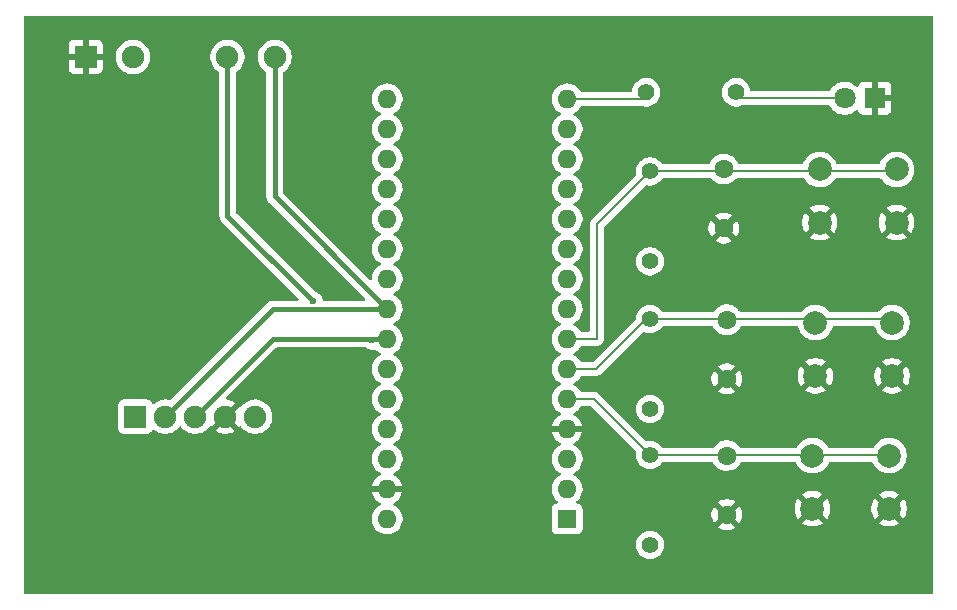
<source format=gtl>
G04 #@! TF.GenerationSoftware,KiCad,Pcbnew,9.0.4*
G04 #@! TF.CreationDate,2025-10-12T14:45:46+03:00*
G04 #@! TF.ProjectId,test_work_1,74657374-5f77-46f7-926b-5f312e6b6963,rev?*
G04 #@! TF.SameCoordinates,Original*
G04 #@! TF.FileFunction,Copper,L1,Top*
G04 #@! TF.FilePolarity,Positive*
%FSLAX46Y46*%
G04 Gerber Fmt 4.6, Leading zero omitted, Abs format (unit mm)*
G04 Created by KiCad (PCBNEW 9.0.4) date 2025-10-12 14:45:46*
%MOMM*%
%LPD*%
G01*
G04 APERTURE LIST*
G04 #@! TA.AperFunction,ComponentPad*
%ADD10C,1.905000*%
G04 #@! TD*
G04 #@! TA.AperFunction,ComponentPad*
%ADD11R,1.905000X1.905000*%
G04 #@! TD*
G04 #@! TA.AperFunction,ComponentPad*
%ADD12C,1.400000*%
G04 #@! TD*
G04 #@! TA.AperFunction,ComponentPad*
%ADD13C,2.000000*%
G04 #@! TD*
G04 #@! TA.AperFunction,ConnectorPad*
%ADD14R,1.905000X1.905000*%
G04 #@! TD*
G04 #@! TA.AperFunction,ConnectorPad*
%ADD15C,1.905000*%
G04 #@! TD*
G04 #@! TA.AperFunction,ComponentPad*
%ADD16R,1.800000X1.800000*%
G04 #@! TD*
G04 #@! TA.AperFunction,ComponentPad*
%ADD17C,1.800000*%
G04 #@! TD*
G04 #@! TA.AperFunction,ComponentPad*
%ADD18C,1.600000*%
G04 #@! TD*
G04 #@! TA.AperFunction,ComponentPad*
%ADD19R,1.600000X1.600000*%
G04 #@! TD*
G04 #@! TA.AperFunction,ComponentPad*
%ADD20O,1.600000X1.600000*%
G04 #@! TD*
G04 #@! TA.AperFunction,ViaPad*
%ADD21C,0.600000*%
G04 #@! TD*
G04 #@! TA.AperFunction,ViaPad*
%ADD22C,0.900000*%
G04 #@! TD*
G04 #@! TA.AperFunction,Conductor*
%ADD23C,0.200000*%
G04 #@! TD*
G04 #@! TA.AperFunction,Conductor*
%ADD24C,0.400000*%
G04 #@! TD*
G04 APERTURE END LIST*
D10*
X120730000Y-64000000D03*
X116730000Y-64000000D03*
X108730000Y-64000000D03*
D11*
X104730000Y-64000000D03*
D12*
X152500000Y-93810000D03*
X152500000Y-86190000D03*
D13*
X172750000Y-102250000D03*
X166250000Y-102250000D03*
X172750000Y-97750000D03*
X166250000Y-97750000D03*
D12*
X152500000Y-105310000D03*
X152500000Y-97690000D03*
X152190000Y-67000000D03*
X159810000Y-67000000D03*
D14*
X108920000Y-94460000D03*
D15*
X111460000Y-94460000D03*
X114000000Y-94460000D03*
X116540000Y-94460000D03*
X119080000Y-94460000D03*
D16*
X171525000Y-67500000D03*
D17*
X168985000Y-67500000D03*
D12*
X152500000Y-81310000D03*
X152500000Y-73690000D03*
D18*
X158750000Y-78500000D03*
X158750000Y-73500000D03*
D19*
X145490000Y-103110000D03*
D20*
X145490000Y-100570000D03*
X145490000Y-98030000D03*
X145490000Y-95490000D03*
X145490000Y-92950000D03*
X145490000Y-90410000D03*
X145490000Y-87870000D03*
X145490000Y-85330000D03*
X145490000Y-82790000D03*
X145490000Y-80250000D03*
X145490000Y-77710000D03*
X145490000Y-75170000D03*
X145490000Y-72630000D03*
X145490000Y-70090000D03*
X145490000Y-67550000D03*
X130250000Y-67550000D03*
X130250000Y-70090000D03*
X130250000Y-72630000D03*
X130250000Y-75170000D03*
X130250000Y-77710000D03*
X130250000Y-80250000D03*
X130250000Y-82790000D03*
X130250000Y-85330000D03*
X130250000Y-87870000D03*
X130250000Y-90410000D03*
X130250000Y-92950000D03*
X130250000Y-95490000D03*
X130250000Y-98030000D03*
X130250000Y-100570000D03*
X130250000Y-103110000D03*
D13*
X173000000Y-91000000D03*
X166500000Y-91000000D03*
X173000000Y-86500000D03*
X166500000Y-86500000D03*
D18*
X159000000Y-91250000D03*
X159000000Y-86250000D03*
X159000000Y-102750000D03*
X159000000Y-97750000D03*
D13*
X173378000Y-78033000D03*
X166878000Y-78033000D03*
X173378000Y-73533000D03*
X166878000Y-73533000D03*
D21*
X129000000Y-88000000D03*
X124000000Y-84703000D03*
D22*
X108920000Y-94460000D03*
X111460000Y-94460000D03*
X114000000Y-94460000D03*
X116540000Y-94460000D03*
X119080000Y-94460000D03*
D23*
X148000000Y-78190000D02*
X148000000Y-87870000D01*
X148000000Y-87870000D02*
X145490000Y-87870000D01*
X152500000Y-73690000D02*
X148000000Y-78190000D01*
D24*
X120590000Y-87870000D02*
X114000000Y-94460000D01*
X130250000Y-87870000D02*
X120590000Y-87870000D01*
X116730000Y-77433000D02*
X124000000Y-84703000D01*
X116730000Y-64190000D02*
X116730000Y-77433000D01*
X120590000Y-85330000D02*
X111460000Y-94460000D01*
X130250000Y-85330000D02*
X120590000Y-85330000D01*
X120730000Y-64190000D02*
X120730000Y-75810000D01*
X120730000Y-75810000D02*
X130250000Y-85330000D01*
D23*
X172690000Y-97690000D02*
X172750000Y-97750000D01*
X152500000Y-97690000D02*
X172690000Y-97690000D01*
X147760000Y-92950000D02*
X145490000Y-92950000D01*
X152500000Y-97690000D02*
X147760000Y-92950000D01*
X147970000Y-90410000D02*
X145490000Y-90410000D01*
X152190000Y-86190000D02*
X147970000Y-90410000D01*
X152500000Y-86190000D02*
X152190000Y-86190000D01*
X172690000Y-86190000D02*
X173000000Y-86500000D01*
X152500000Y-86190000D02*
X172690000Y-86190000D01*
X152810000Y-86190000D02*
X153000000Y-86000000D01*
X152500000Y-86190000D02*
X152810000Y-86190000D01*
X153000000Y-86000000D02*
X152000000Y-86000000D01*
X173221000Y-73690000D02*
X173378000Y-73533000D01*
X152500000Y-73690000D02*
X173221000Y-73690000D01*
X160060000Y-67500000D02*
X168985000Y-67500000D01*
X152390000Y-67550000D02*
X152440000Y-67500000D01*
X145490000Y-67550000D02*
X152390000Y-67550000D01*
G04 #@! TA.AperFunction,Conductor*
G36*
X176442539Y-60520185D02*
G01*
X176488294Y-60572989D01*
X176499500Y-60624500D01*
X176499500Y-109375500D01*
X176479815Y-109442539D01*
X176427011Y-109488294D01*
X176375500Y-109499500D01*
X99624500Y-109499500D01*
X99557461Y-109479815D01*
X99511706Y-109427011D01*
X99500500Y-109375500D01*
X99500500Y-105215513D01*
X151299500Y-105215513D01*
X151299500Y-105404486D01*
X151329059Y-105591118D01*
X151387454Y-105770836D01*
X151473240Y-105939199D01*
X151584310Y-106092073D01*
X151717927Y-106225690D01*
X151870801Y-106336760D01*
X151950347Y-106377290D01*
X152039163Y-106422545D01*
X152039165Y-106422545D01*
X152039168Y-106422547D01*
X152135497Y-106453846D01*
X152218881Y-106480940D01*
X152405514Y-106510500D01*
X152405519Y-106510500D01*
X152594486Y-106510500D01*
X152781118Y-106480940D01*
X152960832Y-106422547D01*
X153129199Y-106336760D01*
X153282073Y-106225690D01*
X153415690Y-106092073D01*
X153526760Y-105939199D01*
X153612547Y-105770832D01*
X153670940Y-105591118D01*
X153700500Y-105404486D01*
X153700500Y-105215513D01*
X153670940Y-105028881D01*
X153612545Y-104849163D01*
X153526759Y-104680800D01*
X153415690Y-104527927D01*
X153282073Y-104394310D01*
X153129199Y-104283240D01*
X153098394Y-104267544D01*
X152960836Y-104197454D01*
X152781118Y-104139059D01*
X152594486Y-104109500D01*
X152594481Y-104109500D01*
X152405519Y-104109500D01*
X152405514Y-104109500D01*
X152218881Y-104139059D01*
X152039163Y-104197454D01*
X151870800Y-104283240D01*
X151783579Y-104346610D01*
X151717927Y-104394310D01*
X151717925Y-104394312D01*
X151717924Y-104394312D01*
X151584312Y-104527924D01*
X151584312Y-104527925D01*
X151584310Y-104527927D01*
X151536610Y-104593579D01*
X151473240Y-104680800D01*
X151387454Y-104849163D01*
X151329059Y-105028881D01*
X151299500Y-105215513D01*
X99500500Y-105215513D01*
X99500500Y-93459635D01*
X107467000Y-93459635D01*
X107467000Y-95460370D01*
X107467001Y-95460376D01*
X107473408Y-95519983D01*
X107523702Y-95654828D01*
X107523706Y-95654835D01*
X107609952Y-95770044D01*
X107609955Y-95770047D01*
X107725164Y-95856293D01*
X107725171Y-95856297D01*
X107860017Y-95906591D01*
X107860016Y-95906591D01*
X107866944Y-95907335D01*
X107919627Y-95913000D01*
X109920372Y-95912999D01*
X109979983Y-95906591D01*
X110114831Y-95856296D01*
X110230046Y-95770046D01*
X110316296Y-95654831D01*
X110326690Y-95626960D01*
X110368560Y-95571027D01*
X110434023Y-95546608D01*
X110502297Y-95561458D01*
X110515746Y-95569965D01*
X110698462Y-95702717D01*
X110830599Y-95770044D01*
X110902244Y-95806549D01*
X111119751Y-95877221D01*
X111119752Y-95877221D01*
X111119755Y-95877222D01*
X111345646Y-95913000D01*
X111345647Y-95913000D01*
X111574353Y-95913000D01*
X111574354Y-95913000D01*
X111800245Y-95877222D01*
X111800248Y-95877221D01*
X111800249Y-95877221D01*
X112017755Y-95806549D01*
X112017755Y-95806548D01*
X112017758Y-95806548D01*
X112221538Y-95702717D01*
X112406566Y-95568286D01*
X112568286Y-95406566D01*
X112629683Y-95322059D01*
X112685012Y-95279396D01*
X112754625Y-95273417D01*
X112816420Y-95306023D01*
X112830314Y-95322056D01*
X112891714Y-95406566D01*
X113053434Y-95568286D01*
X113238462Y-95702717D01*
X113370599Y-95770044D01*
X113442244Y-95806549D01*
X113659751Y-95877221D01*
X113659752Y-95877221D01*
X113659755Y-95877222D01*
X113885646Y-95913000D01*
X113885647Y-95913000D01*
X114114353Y-95913000D01*
X114114354Y-95913000D01*
X114340245Y-95877222D01*
X114340248Y-95877221D01*
X114340249Y-95877221D01*
X114557755Y-95806549D01*
X114557755Y-95806548D01*
X114557758Y-95806548D01*
X114761538Y-95702717D01*
X114835953Y-95648651D01*
X115704899Y-95648651D01*
X115778725Y-95702288D01*
X115778731Y-95702292D01*
X115982431Y-95806082D01*
X116199875Y-95876734D01*
X116425687Y-95912500D01*
X116654313Y-95912500D01*
X116880124Y-95876734D01*
X116880125Y-95876734D01*
X117097568Y-95806082D01*
X117301276Y-95702288D01*
X117375098Y-95648651D01*
X116540000Y-94813553D01*
X115704899Y-95648651D01*
X114835953Y-95648651D01*
X114946566Y-95568286D01*
X115108286Y-95406566D01*
X115169991Y-95321635D01*
X115225321Y-95278970D01*
X115294934Y-95272991D01*
X115334290Y-95293756D01*
X115351347Y-95295099D01*
X116186447Y-94459999D01*
X116893553Y-94459999D01*
X116893553Y-94460001D01*
X117728651Y-95295099D01*
X117745503Y-95293772D01*
X117764699Y-95278970D01*
X117834312Y-95272989D01*
X117896107Y-95305594D01*
X117910007Y-95321634D01*
X117910317Y-95322061D01*
X117971714Y-95406566D01*
X118133434Y-95568286D01*
X118318462Y-95702717D01*
X118450599Y-95770044D01*
X118522244Y-95806549D01*
X118739751Y-95877221D01*
X118739752Y-95877221D01*
X118739755Y-95877222D01*
X118965646Y-95913000D01*
X118965647Y-95913000D01*
X119194353Y-95913000D01*
X119194354Y-95913000D01*
X119420245Y-95877222D01*
X119420248Y-95877221D01*
X119420249Y-95877221D01*
X119637755Y-95806549D01*
X119637755Y-95806548D01*
X119637758Y-95806548D01*
X119841538Y-95702717D01*
X120026566Y-95568286D01*
X120188286Y-95406566D01*
X120322717Y-95221538D01*
X120426548Y-95017758D01*
X120457484Y-94922547D01*
X120497221Y-94800249D01*
X120497221Y-94800248D01*
X120497222Y-94800245D01*
X120533000Y-94574354D01*
X120533000Y-94345646D01*
X120497222Y-94119755D01*
X120497221Y-94119751D01*
X120497221Y-94119750D01*
X120426549Y-93902244D01*
X120331408Y-93715519D01*
X120322717Y-93698462D01*
X120188286Y-93513434D01*
X120026566Y-93351714D01*
X119841538Y-93217283D01*
X119769936Y-93180800D01*
X119637755Y-93113450D01*
X119420248Y-93042778D01*
X119232855Y-93013098D01*
X119194354Y-93007000D01*
X118965646Y-93007000D01*
X118925188Y-93013408D01*
X118739753Y-93042778D01*
X118739750Y-93042778D01*
X118522244Y-93113450D01*
X118318461Y-93217283D01*
X118252550Y-93265171D01*
X118133434Y-93351714D01*
X118133432Y-93351716D01*
X118133431Y-93351716D01*
X117971716Y-93513431D01*
X117971709Y-93513440D01*
X117910007Y-93598364D01*
X117854677Y-93641030D01*
X117785063Y-93647008D01*
X117745710Y-93626242D01*
X117728651Y-93624899D01*
X116893553Y-94459999D01*
X116186447Y-94459999D01*
X117375099Y-93271347D01*
X117301276Y-93217711D01*
X117097568Y-93113917D01*
X116880124Y-93043265D01*
X116712393Y-93016699D01*
X116649258Y-92986770D01*
X116612327Y-92927458D01*
X116613325Y-92857596D01*
X116644108Y-92806547D01*
X120843837Y-88606819D01*
X120905160Y-88573334D01*
X120931518Y-88570500D01*
X128387059Y-88570500D01*
X128454098Y-88590185D01*
X128474740Y-88606819D01*
X128489707Y-88621786D01*
X128489711Y-88621789D01*
X128620814Y-88709390D01*
X128620827Y-88709397D01*
X128712016Y-88747168D01*
X128766503Y-88769737D01*
X128921153Y-88800499D01*
X128921156Y-88800500D01*
X128921158Y-88800500D01*
X129078844Y-88800500D01*
X129155545Y-88785242D01*
X129232762Y-88769883D01*
X129302353Y-88776110D01*
X129344634Y-88803819D01*
X129402786Y-88861971D01*
X129557749Y-88974556D01*
X129568390Y-88982287D01*
X129659840Y-89028883D01*
X129661080Y-89029515D01*
X129711876Y-89077490D01*
X129728671Y-89145311D01*
X129706134Y-89211446D01*
X129661080Y-89250485D01*
X129568386Y-89297715D01*
X129402786Y-89418028D01*
X129258028Y-89562786D01*
X129137715Y-89728386D01*
X129044781Y-89910776D01*
X128981522Y-90105465D01*
X128949500Y-90307648D01*
X128949500Y-90512351D01*
X128981522Y-90714534D01*
X129044781Y-90909223D01*
X129137715Y-91091613D01*
X129258028Y-91257213D01*
X129402786Y-91401971D01*
X129531666Y-91495606D01*
X129568390Y-91522287D01*
X129631449Y-91554417D01*
X129661080Y-91569515D01*
X129711876Y-91617490D01*
X129728671Y-91685311D01*
X129706134Y-91751446D01*
X129661080Y-91790485D01*
X129568386Y-91837715D01*
X129402786Y-91958028D01*
X129258028Y-92102786D01*
X129137715Y-92268386D01*
X129044781Y-92450776D01*
X128981522Y-92645465D01*
X128949500Y-92847648D01*
X128949500Y-93052351D01*
X128981522Y-93254534D01*
X129044781Y-93449223D01*
X129137715Y-93631613D01*
X129258028Y-93797213D01*
X129402786Y-93941971D01*
X129557749Y-94054556D01*
X129568390Y-94062287D01*
X129659840Y-94108883D01*
X129661080Y-94109515D01*
X129711876Y-94157490D01*
X129728671Y-94225311D01*
X129706134Y-94291446D01*
X129661080Y-94330485D01*
X129568386Y-94377715D01*
X129402786Y-94498028D01*
X129258028Y-94642786D01*
X129137715Y-94808386D01*
X129044781Y-94990776D01*
X128981522Y-95185465D01*
X128949500Y-95387648D01*
X128949500Y-95592351D01*
X128981522Y-95794534D01*
X129044781Y-95989223D01*
X129137715Y-96171613D01*
X129258028Y-96337213D01*
X129402786Y-96481971D01*
X129534210Y-96577454D01*
X129568390Y-96602287D01*
X129659840Y-96648883D01*
X129661080Y-96649515D01*
X129711876Y-96697490D01*
X129728671Y-96765311D01*
X129706134Y-96831446D01*
X129661080Y-96870485D01*
X129568386Y-96917715D01*
X129402786Y-97038028D01*
X129258028Y-97182786D01*
X129137715Y-97348386D01*
X129044781Y-97530776D01*
X128981522Y-97725465D01*
X128949500Y-97927648D01*
X128949500Y-98132351D01*
X128981522Y-98334534D01*
X129044781Y-98529223D01*
X129137715Y-98711613D01*
X129258028Y-98877213D01*
X129402786Y-99021971D01*
X129557749Y-99134556D01*
X129568390Y-99142287D01*
X129640424Y-99178990D01*
X129661629Y-99189795D01*
X129712425Y-99237770D01*
X129729220Y-99305591D01*
X129706682Y-99371726D01*
X129661629Y-99410765D01*
X129568650Y-99458140D01*
X129403105Y-99578417D01*
X129403104Y-99578417D01*
X129258417Y-99723104D01*
X129258417Y-99723105D01*
X129138140Y-99888650D01*
X129045244Y-100070970D01*
X128982009Y-100265586D01*
X128973391Y-100320000D01*
X129816988Y-100320000D01*
X129784075Y-100377007D01*
X129750000Y-100504174D01*
X129750000Y-100635826D01*
X129784075Y-100762993D01*
X129816988Y-100820000D01*
X128973391Y-100820000D01*
X128982009Y-100874413D01*
X129045244Y-101069029D01*
X129138140Y-101251349D01*
X129258417Y-101416894D01*
X129258417Y-101416895D01*
X129403104Y-101561582D01*
X129568652Y-101681861D01*
X129661628Y-101729234D01*
X129712425Y-101777208D01*
X129729220Y-101845029D01*
X129706683Y-101911164D01*
X129661630Y-101950203D01*
X129568388Y-101997713D01*
X129402786Y-102118028D01*
X129258028Y-102262786D01*
X129137715Y-102428386D01*
X129044781Y-102610776D01*
X128981522Y-102805465D01*
X128949500Y-103007648D01*
X128949500Y-103212351D01*
X128981522Y-103414534D01*
X129044781Y-103609223D01*
X129137715Y-103791613D01*
X129258028Y-103957213D01*
X129402786Y-104101971D01*
X129534210Y-104197454D01*
X129568390Y-104222287D01*
X129657212Y-104267544D01*
X129750776Y-104315218D01*
X129750778Y-104315218D01*
X129750781Y-104315220D01*
X129855137Y-104349127D01*
X129945465Y-104378477D01*
X130045430Y-104394310D01*
X130147648Y-104410500D01*
X130147649Y-104410500D01*
X130352351Y-104410500D01*
X130352352Y-104410500D01*
X130554534Y-104378477D01*
X130749219Y-104315220D01*
X130931610Y-104222287D01*
X131046163Y-104139060D01*
X131097213Y-104101971D01*
X131097215Y-104101968D01*
X131097219Y-104101966D01*
X131241966Y-103957219D01*
X131241968Y-103957215D01*
X131241971Y-103957213D01*
X131294732Y-103884590D01*
X131362287Y-103791610D01*
X131455220Y-103609219D01*
X131518477Y-103414534D01*
X131550500Y-103212352D01*
X131550500Y-103007648D01*
X131518477Y-102805466D01*
X131504522Y-102762518D01*
X131483344Y-102697339D01*
X131455220Y-102610781D01*
X131455218Y-102610778D01*
X131455218Y-102610776D01*
X131401013Y-102504394D01*
X131362287Y-102428390D01*
X131339079Y-102396446D01*
X131241971Y-102262786D01*
X131097213Y-102118028D01*
X130931611Y-101997713D01*
X130838369Y-101950203D01*
X130787574Y-101902229D01*
X130770779Y-101834407D01*
X130793317Y-101768273D01*
X130838371Y-101729234D01*
X130931347Y-101681861D01*
X131096894Y-101561582D01*
X131096895Y-101561582D01*
X131241582Y-101416895D01*
X131241582Y-101416894D01*
X131361859Y-101251349D01*
X131454755Y-101069029D01*
X131517990Y-100874413D01*
X131526609Y-100820000D01*
X130683012Y-100820000D01*
X130715925Y-100762993D01*
X130750000Y-100635826D01*
X130750000Y-100504174D01*
X130715925Y-100377007D01*
X130683012Y-100320000D01*
X131526609Y-100320000D01*
X131517990Y-100265586D01*
X131454755Y-100070970D01*
X131361859Y-99888650D01*
X131241582Y-99723105D01*
X131241582Y-99723104D01*
X131096895Y-99578417D01*
X130931349Y-99458140D01*
X130838370Y-99410765D01*
X130787574Y-99362790D01*
X130770779Y-99294969D01*
X130793316Y-99228835D01*
X130838370Y-99189795D01*
X130838920Y-99189515D01*
X130931610Y-99142287D01*
X130952770Y-99126913D01*
X131097213Y-99021971D01*
X131097215Y-99021968D01*
X131097219Y-99021966D01*
X131241966Y-98877219D01*
X131241968Y-98877215D01*
X131241971Y-98877213D01*
X131296219Y-98802545D01*
X131362287Y-98711610D01*
X131455220Y-98529219D01*
X131518477Y-98334534D01*
X131550500Y-98132352D01*
X131550500Y-97927648D01*
X131518477Y-97725466D01*
X131455220Y-97530781D01*
X131455218Y-97530778D01*
X131455218Y-97530776D01*
X131393109Y-97408882D01*
X131362287Y-97348390D01*
X131348322Y-97329168D01*
X131241971Y-97182786D01*
X131097213Y-97038028D01*
X130931614Y-96917715D01*
X130902304Y-96902781D01*
X130838917Y-96870483D01*
X130788123Y-96822511D01*
X130771328Y-96754690D01*
X130793865Y-96688555D01*
X130838917Y-96649516D01*
X130931610Y-96602287D01*
X131010761Y-96544781D01*
X131097213Y-96481971D01*
X131097215Y-96481968D01*
X131097219Y-96481966D01*
X131241966Y-96337219D01*
X131241968Y-96337215D01*
X131241971Y-96337213D01*
X131305697Y-96249500D01*
X131362287Y-96171610D01*
X131455220Y-95989219D01*
X131518477Y-95794534D01*
X131550500Y-95592352D01*
X131550500Y-95387648D01*
X131536144Y-95297007D01*
X131518477Y-95185465D01*
X131455218Y-94990776D01*
X131376742Y-94836760D01*
X131362287Y-94808390D01*
X131354556Y-94797749D01*
X131241971Y-94642786D01*
X131097213Y-94498028D01*
X130931614Y-94377715D01*
X130925006Y-94374348D01*
X130838917Y-94330483D01*
X130788123Y-94282511D01*
X130771328Y-94214690D01*
X130793865Y-94148555D01*
X130838917Y-94109516D01*
X130931610Y-94062287D01*
X130952770Y-94046913D01*
X131097213Y-93941971D01*
X131097215Y-93941968D01*
X131097219Y-93941966D01*
X131241966Y-93797219D01*
X131241968Y-93797215D01*
X131241971Y-93797213D01*
X131301328Y-93715513D01*
X131362287Y-93631610D01*
X131455220Y-93449219D01*
X131518477Y-93254534D01*
X131550500Y-93052352D01*
X131550500Y-92847648D01*
X131518477Y-92645466D01*
X131516395Y-92639059D01*
X131487458Y-92550000D01*
X131455220Y-92450781D01*
X131455218Y-92450778D01*
X131455218Y-92450776D01*
X131409912Y-92361859D01*
X131362287Y-92268390D01*
X131329061Y-92222658D01*
X131241971Y-92102786D01*
X131097213Y-91958028D01*
X130931614Y-91837715D01*
X130925006Y-91834348D01*
X130838917Y-91790483D01*
X130788123Y-91742511D01*
X130771328Y-91674690D01*
X130793865Y-91608555D01*
X130838917Y-91569516D01*
X130931610Y-91522287D01*
X131044718Y-91440110D01*
X131097213Y-91401971D01*
X131097215Y-91401968D01*
X131097219Y-91401966D01*
X131241966Y-91257219D01*
X131241968Y-91257215D01*
X131241971Y-91257213D01*
X131294732Y-91184590D01*
X131362287Y-91091610D01*
X131455220Y-90909219D01*
X131518477Y-90714534D01*
X131550500Y-90512352D01*
X131550500Y-90307648D01*
X131518477Y-90105465D01*
X131455218Y-89910776D01*
X131421503Y-89844607D01*
X131362287Y-89728390D01*
X131354073Y-89717084D01*
X131241971Y-89562786D01*
X131097213Y-89418028D01*
X130931614Y-89297715D01*
X130925006Y-89294348D01*
X130838917Y-89250483D01*
X130788123Y-89202511D01*
X130771328Y-89134690D01*
X130793865Y-89068555D01*
X130838917Y-89029516D01*
X130931610Y-88982287D01*
X130952770Y-88966913D01*
X131097213Y-88861971D01*
X131097215Y-88861968D01*
X131097219Y-88861966D01*
X131241966Y-88717219D01*
X131241968Y-88717215D01*
X131241971Y-88717213D01*
X131311299Y-88621789D01*
X131362287Y-88551610D01*
X131455220Y-88369219D01*
X131518477Y-88174534D01*
X131550500Y-87972352D01*
X131550500Y-87767648D01*
X131518477Y-87565466D01*
X131513614Y-87550500D01*
X131455218Y-87370776D01*
X131412242Y-87286433D01*
X131362287Y-87188390D01*
X131331126Y-87145500D01*
X131241971Y-87022786D01*
X131097213Y-86878028D01*
X130931614Y-86757715D01*
X130925006Y-86754348D01*
X130838917Y-86710483D01*
X130788123Y-86662511D01*
X130771328Y-86594690D01*
X130793865Y-86528555D01*
X130838917Y-86489516D01*
X130931610Y-86442287D01*
X130952770Y-86426913D01*
X131097213Y-86321971D01*
X131097215Y-86321968D01*
X131097219Y-86321966D01*
X131241966Y-86177219D01*
X131241968Y-86177215D01*
X131241971Y-86177213D01*
X131311425Y-86081616D01*
X131362287Y-86011610D01*
X131455220Y-85829219D01*
X131518477Y-85634534D01*
X131550500Y-85432352D01*
X131550500Y-85227648D01*
X131536256Y-85137715D01*
X131518477Y-85025465D01*
X131455218Y-84830776D01*
X131393284Y-84709225D01*
X131362287Y-84648390D01*
X131334261Y-84609815D01*
X131241971Y-84482786D01*
X131097213Y-84338028D01*
X130931614Y-84217715D01*
X130925006Y-84214348D01*
X130838917Y-84170483D01*
X130788123Y-84122511D01*
X130771328Y-84054690D01*
X130793865Y-83988555D01*
X130838917Y-83949516D01*
X130931610Y-83902287D01*
X130952770Y-83886913D01*
X131097213Y-83781971D01*
X131097215Y-83781968D01*
X131097219Y-83781966D01*
X131241966Y-83637219D01*
X131241968Y-83637215D01*
X131241971Y-83637213D01*
X131294732Y-83564590D01*
X131362287Y-83471610D01*
X131455220Y-83289219D01*
X131518477Y-83094534D01*
X131550500Y-82892352D01*
X131550500Y-82687648D01*
X131518477Y-82485466D01*
X131517006Y-82480940D01*
X131455218Y-82290776D01*
X131421503Y-82224607D01*
X131362287Y-82108390D01*
X131350432Y-82092073D01*
X131241971Y-81942786D01*
X131097213Y-81798028D01*
X130931614Y-81677715D01*
X130925006Y-81674348D01*
X130838917Y-81630483D01*
X130788123Y-81582511D01*
X130771328Y-81514690D01*
X130793865Y-81448555D01*
X130838917Y-81409516D01*
X130931610Y-81362287D01*
X130952770Y-81346913D01*
X131097213Y-81241971D01*
X131097215Y-81241968D01*
X131097219Y-81241966D01*
X131241966Y-81097219D01*
X131241968Y-81097215D01*
X131241971Y-81097213D01*
X131294732Y-81024590D01*
X131362287Y-80931610D01*
X131455220Y-80749219D01*
X131518477Y-80554534D01*
X131550500Y-80352352D01*
X131550500Y-80147648D01*
X131518477Y-79945466D01*
X131455220Y-79750781D01*
X131455218Y-79750778D01*
X131455218Y-79750776D01*
X131421503Y-79684607D01*
X131362287Y-79568390D01*
X131336575Y-79533000D01*
X131241971Y-79402786D01*
X131097213Y-79258028D01*
X130931614Y-79137715D01*
X130925006Y-79134348D01*
X130838917Y-79090483D01*
X130788123Y-79042511D01*
X130771328Y-78974690D01*
X130793865Y-78908555D01*
X130838917Y-78869516D01*
X130931610Y-78822287D01*
X130956206Y-78804417D01*
X131097213Y-78701971D01*
X131097215Y-78701968D01*
X131097219Y-78701966D01*
X131241966Y-78557219D01*
X131241968Y-78557215D01*
X131241971Y-78557213D01*
X131333909Y-78430669D01*
X131362287Y-78391610D01*
X131455220Y-78209219D01*
X131518477Y-78014534D01*
X131550500Y-77812352D01*
X131550500Y-77607648D01*
X131518477Y-77405466D01*
X131512848Y-77388143D01*
X131455218Y-77210776D01*
X131420604Y-77142843D01*
X131362287Y-77028390D01*
X131354556Y-77017749D01*
X131241971Y-76862786D01*
X131097213Y-76718028D01*
X130931614Y-76597715D01*
X130925006Y-76594348D01*
X130838917Y-76550483D01*
X130788123Y-76502511D01*
X130771328Y-76434690D01*
X130793865Y-76368555D01*
X130838917Y-76329516D01*
X130931610Y-76282287D01*
X130967044Y-76256543D01*
X131097213Y-76161971D01*
X131097215Y-76161968D01*
X131097219Y-76161966D01*
X131241966Y-76017219D01*
X131241968Y-76017215D01*
X131241971Y-76017213D01*
X131294732Y-75944590D01*
X131362287Y-75851610D01*
X131455220Y-75669219D01*
X131518477Y-75474534D01*
X131550500Y-75272352D01*
X131550500Y-75067648D01*
X131545091Y-75033500D01*
X131518477Y-74865465D01*
X131466409Y-74705218D01*
X131455220Y-74670781D01*
X131455218Y-74670778D01*
X131455218Y-74670776D01*
X131421503Y-74604607D01*
X131362287Y-74488390D01*
X131350432Y-74472073D01*
X131241971Y-74322786D01*
X131097213Y-74178028D01*
X130931614Y-74057715D01*
X130918101Y-74050830D01*
X130838917Y-74010483D01*
X130788123Y-73962511D01*
X130771328Y-73894690D01*
X130793865Y-73828555D01*
X130838917Y-73789516D01*
X130931610Y-73742287D01*
X130952770Y-73726913D01*
X131097213Y-73621971D01*
X131097215Y-73621968D01*
X131097219Y-73621966D01*
X131241966Y-73477219D01*
X131241968Y-73477215D01*
X131241971Y-73477213D01*
X131294732Y-73404590D01*
X131362287Y-73311610D01*
X131455220Y-73129219D01*
X131518477Y-72934534D01*
X131550500Y-72732352D01*
X131550500Y-72527648D01*
X131528458Y-72388483D01*
X131518477Y-72325465D01*
X131459006Y-72142433D01*
X131455220Y-72130781D01*
X131455218Y-72130778D01*
X131455218Y-72130776D01*
X131405143Y-72032500D01*
X131362287Y-71948390D01*
X131354556Y-71937749D01*
X131241971Y-71782786D01*
X131097213Y-71638028D01*
X130931614Y-71517715D01*
X130925006Y-71514348D01*
X130838917Y-71470483D01*
X130788123Y-71422511D01*
X130771328Y-71354690D01*
X130793865Y-71288555D01*
X130838917Y-71249516D01*
X130931610Y-71202287D01*
X130952770Y-71186913D01*
X131097213Y-71081971D01*
X131097215Y-71081968D01*
X131097219Y-71081966D01*
X131241966Y-70937219D01*
X131241968Y-70937215D01*
X131241971Y-70937213D01*
X131294732Y-70864590D01*
X131362287Y-70771610D01*
X131455220Y-70589219D01*
X131518477Y-70394534D01*
X131550500Y-70192352D01*
X131550500Y-69987648D01*
X131518477Y-69785466D01*
X131455220Y-69590781D01*
X131455218Y-69590778D01*
X131455218Y-69590776D01*
X131421503Y-69524607D01*
X131362287Y-69408390D01*
X131354556Y-69397749D01*
X131241971Y-69242786D01*
X131097213Y-69098028D01*
X130931614Y-68977715D01*
X130925006Y-68974348D01*
X130838917Y-68930483D01*
X130788123Y-68882511D01*
X130771328Y-68814690D01*
X130793865Y-68748555D01*
X130838917Y-68709516D01*
X130931610Y-68662287D01*
X130959415Y-68642086D01*
X131097213Y-68541971D01*
X131097215Y-68541968D01*
X131097219Y-68541966D01*
X131241966Y-68397219D01*
X131241968Y-68397215D01*
X131241971Y-68397213D01*
X131294732Y-68324590D01*
X131362287Y-68231610D01*
X131455220Y-68049219D01*
X131518477Y-67854534D01*
X131550500Y-67652352D01*
X131550500Y-67447648D01*
X144189500Y-67447648D01*
X144189500Y-67652351D01*
X144221522Y-67854534D01*
X144284781Y-68049223D01*
X144377715Y-68231613D01*
X144498028Y-68397213D01*
X144642786Y-68541971D01*
X144780585Y-68642086D01*
X144808390Y-68662287D01*
X144878112Y-68697812D01*
X144901080Y-68709515D01*
X144951876Y-68757490D01*
X144968671Y-68825311D01*
X144946134Y-68891446D01*
X144901080Y-68930485D01*
X144808386Y-68977715D01*
X144642786Y-69098028D01*
X144498028Y-69242786D01*
X144377715Y-69408386D01*
X144284781Y-69590776D01*
X144221522Y-69785465D01*
X144189500Y-69987648D01*
X144189500Y-70192351D01*
X144221522Y-70394534D01*
X144284781Y-70589223D01*
X144377715Y-70771613D01*
X144498028Y-70937213D01*
X144642786Y-71081971D01*
X144797749Y-71194556D01*
X144808390Y-71202287D01*
X144899840Y-71248883D01*
X144901080Y-71249515D01*
X144951876Y-71297490D01*
X144968671Y-71365311D01*
X144946134Y-71431446D01*
X144901080Y-71470485D01*
X144808386Y-71517715D01*
X144642786Y-71638028D01*
X144498028Y-71782786D01*
X144377715Y-71948386D01*
X144284781Y-72130776D01*
X144221522Y-72325465D01*
X144190860Y-72519059D01*
X144189500Y-72527648D01*
X144189500Y-72732352D01*
X144193878Y-72759995D01*
X144221522Y-72934534D01*
X144284781Y-73129223D01*
X144377715Y-73311613D01*
X144498028Y-73477213D01*
X144642786Y-73621971D01*
X144797749Y-73734556D01*
X144808390Y-73742287D01*
X144891200Y-73784481D01*
X144901080Y-73789515D01*
X144951876Y-73837490D01*
X144968671Y-73905311D01*
X144946134Y-73971446D01*
X144901080Y-74010485D01*
X144808386Y-74057715D01*
X144642786Y-74178028D01*
X144498028Y-74322786D01*
X144377715Y-74488386D01*
X144284781Y-74670776D01*
X144221522Y-74865465D01*
X144189500Y-75067648D01*
X144189500Y-75272351D01*
X144221522Y-75474534D01*
X144284781Y-75669223D01*
X144377715Y-75851613D01*
X144498028Y-76017213D01*
X144642786Y-76161971D01*
X144772956Y-76256543D01*
X144808390Y-76282287D01*
X144899840Y-76328883D01*
X144901080Y-76329515D01*
X144951876Y-76377490D01*
X144968671Y-76445311D01*
X144946134Y-76511446D01*
X144901080Y-76550485D01*
X144808386Y-76597715D01*
X144642786Y-76718028D01*
X144498028Y-76862786D01*
X144377715Y-77028386D01*
X144284781Y-77210776D01*
X144221522Y-77405465D01*
X144191837Y-77592890D01*
X144189500Y-77607648D01*
X144189500Y-77812352D01*
X144190915Y-77821284D01*
X144221522Y-78014534D01*
X144284781Y-78209223D01*
X144320365Y-78279059D01*
X144373961Y-78384247D01*
X144377715Y-78391613D01*
X144498028Y-78557213D01*
X144642786Y-78701971D01*
X144783794Y-78804417D01*
X144808390Y-78822287D01*
X144899840Y-78868883D01*
X144901080Y-78869515D01*
X144951876Y-78917490D01*
X144968671Y-78985311D01*
X144946134Y-79051446D01*
X144901080Y-79090485D01*
X144808386Y-79137715D01*
X144642786Y-79258028D01*
X144498028Y-79402786D01*
X144377715Y-79568386D01*
X144284781Y-79750776D01*
X144221522Y-79945465D01*
X144189500Y-80147648D01*
X144189500Y-80352351D01*
X144221522Y-80554534D01*
X144284781Y-80749223D01*
X144377715Y-80931613D01*
X144498028Y-81097213D01*
X144642786Y-81241971D01*
X144797749Y-81354556D01*
X144808390Y-81362287D01*
X144891200Y-81404481D01*
X144901080Y-81409515D01*
X144951876Y-81457490D01*
X144968671Y-81525311D01*
X144946134Y-81591446D01*
X144901080Y-81630485D01*
X144808386Y-81677715D01*
X144642786Y-81798028D01*
X144498028Y-81942786D01*
X144377715Y-82108386D01*
X144284781Y-82290776D01*
X144221522Y-82485465D01*
X144189500Y-82687648D01*
X144189500Y-82892351D01*
X144221522Y-83094534D01*
X144284781Y-83289223D01*
X144377715Y-83471613D01*
X144498028Y-83637213D01*
X144642786Y-83781971D01*
X144797749Y-83894556D01*
X144808390Y-83902287D01*
X144899840Y-83948883D01*
X144901080Y-83949515D01*
X144951876Y-83997490D01*
X144968671Y-84065311D01*
X144946134Y-84131446D01*
X144901080Y-84170485D01*
X144808386Y-84217715D01*
X144642786Y-84338028D01*
X144498028Y-84482786D01*
X144377715Y-84648386D01*
X144284781Y-84830776D01*
X144221522Y-85025465D01*
X144189500Y-85227648D01*
X144189500Y-85432351D01*
X144221522Y-85634534D01*
X144284781Y-85829223D01*
X144377715Y-86011613D01*
X144498028Y-86177213D01*
X144642786Y-86321971D01*
X144797749Y-86434556D01*
X144808390Y-86442287D01*
X144899840Y-86488883D01*
X144901080Y-86489515D01*
X144951876Y-86537490D01*
X144968671Y-86605311D01*
X144946134Y-86671446D01*
X144901080Y-86710485D01*
X144808386Y-86757715D01*
X144642786Y-86878028D01*
X144498028Y-87022786D01*
X144377715Y-87188386D01*
X144284781Y-87370776D01*
X144221522Y-87565465D01*
X144189500Y-87767648D01*
X144189500Y-87972351D01*
X144221522Y-88174534D01*
X144284781Y-88369223D01*
X144377715Y-88551613D01*
X144498028Y-88717213D01*
X144642786Y-88861971D01*
X144797749Y-88974556D01*
X144808390Y-88982287D01*
X144899840Y-89028883D01*
X144901080Y-89029515D01*
X144951876Y-89077490D01*
X144968671Y-89145311D01*
X144946134Y-89211446D01*
X144901080Y-89250485D01*
X144808386Y-89297715D01*
X144642786Y-89418028D01*
X144498028Y-89562786D01*
X144377715Y-89728386D01*
X144284781Y-89910776D01*
X144221522Y-90105465D01*
X144189500Y-90307648D01*
X144189500Y-90512351D01*
X144221522Y-90714534D01*
X144284781Y-90909223D01*
X144377715Y-91091613D01*
X144498028Y-91257213D01*
X144642786Y-91401971D01*
X144771666Y-91495606D01*
X144808390Y-91522287D01*
X144871449Y-91554417D01*
X144901080Y-91569515D01*
X144951876Y-91617490D01*
X144968671Y-91685311D01*
X144946134Y-91751446D01*
X144901080Y-91790485D01*
X144808386Y-91837715D01*
X144642786Y-91958028D01*
X144498028Y-92102786D01*
X144377715Y-92268386D01*
X144284781Y-92450776D01*
X144221522Y-92645465D01*
X144189500Y-92847648D01*
X144189500Y-93052351D01*
X144221522Y-93254534D01*
X144284781Y-93449223D01*
X144377715Y-93631613D01*
X144498028Y-93797213D01*
X144642786Y-93941971D01*
X144797749Y-94054556D01*
X144808390Y-94062287D01*
X144864974Y-94091118D01*
X144901629Y-94109795D01*
X144952425Y-94157770D01*
X144969220Y-94225591D01*
X144946682Y-94291726D01*
X144901629Y-94330765D01*
X144808650Y-94378140D01*
X144643105Y-94498417D01*
X144643104Y-94498417D01*
X144498417Y-94643104D01*
X144498417Y-94643105D01*
X144378140Y-94808650D01*
X144285244Y-94990970D01*
X144222009Y-95185586D01*
X144213391Y-95240000D01*
X145056988Y-95240000D01*
X145024075Y-95297007D01*
X144990000Y-95424174D01*
X144990000Y-95555826D01*
X145024075Y-95682993D01*
X145056988Y-95740000D01*
X144213391Y-95740000D01*
X144222009Y-95794413D01*
X144285244Y-95989029D01*
X144378140Y-96171349D01*
X144498417Y-96336894D01*
X144498417Y-96336895D01*
X144643104Y-96481582D01*
X144808652Y-96601861D01*
X144901628Y-96649234D01*
X144952425Y-96697208D01*
X144969220Y-96765029D01*
X144946683Y-96831164D01*
X144901630Y-96870203D01*
X144808388Y-96917713D01*
X144642786Y-97038028D01*
X144498028Y-97182786D01*
X144377715Y-97348386D01*
X144284781Y-97530776D01*
X144221522Y-97725465D01*
X144189500Y-97927648D01*
X144189500Y-98132351D01*
X144221522Y-98334534D01*
X144284781Y-98529223D01*
X144377715Y-98711613D01*
X144498028Y-98877213D01*
X144642786Y-99021971D01*
X144797749Y-99134556D01*
X144808390Y-99142287D01*
X144899840Y-99188883D01*
X144901080Y-99189515D01*
X144951876Y-99237490D01*
X144968671Y-99305311D01*
X144946134Y-99371446D01*
X144901080Y-99410485D01*
X144808386Y-99457715D01*
X144642786Y-99578028D01*
X144498028Y-99722786D01*
X144377715Y-99888386D01*
X144284781Y-100070776D01*
X144221522Y-100265465D01*
X144189500Y-100467648D01*
X144189500Y-100672351D01*
X144221522Y-100874534D01*
X144284781Y-101069223D01*
X144377715Y-101251613D01*
X144498028Y-101417213D01*
X144642784Y-101561969D01*
X144679068Y-101588330D01*
X144721735Y-101643659D01*
X144727715Y-101713273D01*
X144695109Y-101775068D01*
X144634271Y-101809426D01*
X144619440Y-101811938D01*
X144582519Y-101815907D01*
X144447671Y-101866202D01*
X144447664Y-101866206D01*
X144332455Y-101952452D01*
X144332452Y-101952455D01*
X144246206Y-102067664D01*
X144246202Y-102067671D01*
X144195908Y-102202517D01*
X144189501Y-102262116D01*
X144189501Y-102262123D01*
X144189500Y-102262135D01*
X144189500Y-103957870D01*
X144189501Y-103957876D01*
X144195908Y-104017483D01*
X144246202Y-104152328D01*
X144246206Y-104152335D01*
X144332452Y-104267544D01*
X144332455Y-104267547D01*
X144447664Y-104353793D01*
X144447671Y-104353797D01*
X144582517Y-104404091D01*
X144582516Y-104404091D01*
X144589444Y-104404835D01*
X144642127Y-104410500D01*
X146337872Y-104410499D01*
X146397483Y-104404091D01*
X146532331Y-104353796D01*
X146647546Y-104267546D01*
X146733796Y-104152331D01*
X146784091Y-104017483D01*
X146790500Y-103957873D01*
X146790499Y-102647682D01*
X157700000Y-102647682D01*
X157700000Y-102852317D01*
X157732009Y-103054417D01*
X157795244Y-103249031D01*
X157888141Y-103431350D01*
X157888147Y-103431359D01*
X157920523Y-103475921D01*
X157920524Y-103475922D01*
X158600000Y-102796446D01*
X158600000Y-102802661D01*
X158627259Y-102904394D01*
X158679920Y-102995606D01*
X158754394Y-103070080D01*
X158845606Y-103122741D01*
X158947339Y-103150000D01*
X158953553Y-103150000D01*
X158274076Y-103829474D01*
X158318650Y-103861859D01*
X158500968Y-103954755D01*
X158695582Y-104017990D01*
X158897683Y-104050000D01*
X159102317Y-104050000D01*
X159304417Y-104017990D01*
X159499031Y-103954755D01*
X159681349Y-103861859D01*
X159725921Y-103829474D01*
X159046447Y-103150000D01*
X159052661Y-103150000D01*
X159154394Y-103122741D01*
X159245606Y-103070080D01*
X159320080Y-102995606D01*
X159372741Y-102904394D01*
X159400000Y-102802661D01*
X159400000Y-102796447D01*
X160079474Y-103475921D01*
X160111861Y-103431347D01*
X160111861Y-103431346D01*
X160143575Y-103369105D01*
X160143575Y-103369104D01*
X160204755Y-103249031D01*
X160267990Y-103054417D01*
X160300000Y-102852317D01*
X160300000Y-102647682D01*
X160267990Y-102445582D01*
X160204754Y-102250965D01*
X160170313Y-102183371D01*
X160170312Y-102183370D01*
X160144111Y-102131947D01*
X164750000Y-102131947D01*
X164750000Y-102368052D01*
X164786934Y-102601247D01*
X164859897Y-102825802D01*
X164967087Y-103036174D01*
X165027338Y-103119104D01*
X165027340Y-103119105D01*
X165726212Y-102420233D01*
X165737482Y-102462292D01*
X165809890Y-102587708D01*
X165912292Y-102690110D01*
X166037708Y-102762518D01*
X166079765Y-102773787D01*
X165380893Y-103472658D01*
X165463828Y-103532914D01*
X165674197Y-103640102D01*
X165898752Y-103713065D01*
X165898751Y-103713065D01*
X166131948Y-103750000D01*
X166368052Y-103750000D01*
X166601247Y-103713065D01*
X166825802Y-103640102D01*
X167036163Y-103532918D01*
X167036169Y-103532914D01*
X167119104Y-103472658D01*
X167119105Y-103472658D01*
X166420233Y-102773787D01*
X166462292Y-102762518D01*
X166587708Y-102690110D01*
X166690110Y-102587708D01*
X166762518Y-102462292D01*
X166773787Y-102420234D01*
X167472658Y-103119105D01*
X167472658Y-103119104D01*
X167532914Y-103036169D01*
X167532918Y-103036163D01*
X167640102Y-102825802D01*
X167713065Y-102601247D01*
X167750000Y-102368052D01*
X167750000Y-102131947D01*
X171250000Y-102131947D01*
X171250000Y-102368052D01*
X171286934Y-102601247D01*
X171359897Y-102825802D01*
X171467087Y-103036174D01*
X171527338Y-103119104D01*
X171527340Y-103119105D01*
X172226212Y-102420233D01*
X172237482Y-102462292D01*
X172309890Y-102587708D01*
X172412292Y-102690110D01*
X172537708Y-102762518D01*
X172579765Y-102773787D01*
X171880893Y-103472658D01*
X171963828Y-103532914D01*
X172174197Y-103640102D01*
X172398752Y-103713065D01*
X172398751Y-103713065D01*
X172631948Y-103750000D01*
X172868052Y-103750000D01*
X173101247Y-103713065D01*
X173325802Y-103640102D01*
X173536163Y-103532918D01*
X173536169Y-103532914D01*
X173619104Y-103472658D01*
X173619105Y-103472658D01*
X172920233Y-102773787D01*
X172962292Y-102762518D01*
X173087708Y-102690110D01*
X173190110Y-102587708D01*
X173262518Y-102462292D01*
X173273787Y-102420233D01*
X173972658Y-103119105D01*
X173972658Y-103119104D01*
X174032914Y-103036169D01*
X174032918Y-103036163D01*
X174140102Y-102825802D01*
X174213065Y-102601247D01*
X174250000Y-102368052D01*
X174250000Y-102131947D01*
X174213065Y-101898752D01*
X174140102Y-101674197D01*
X174032914Y-101463828D01*
X173972658Y-101380894D01*
X173972658Y-101380893D01*
X173273787Y-102079765D01*
X173262518Y-102037708D01*
X173190110Y-101912292D01*
X173087708Y-101809890D01*
X172962292Y-101737482D01*
X172920234Y-101726212D01*
X173619105Y-101027340D01*
X173619104Y-101027338D01*
X173536174Y-100967087D01*
X173325802Y-100859897D01*
X173101247Y-100786934D01*
X173101248Y-100786934D01*
X172868052Y-100750000D01*
X172631948Y-100750000D01*
X172398752Y-100786934D01*
X172174197Y-100859897D01*
X171963830Y-100967084D01*
X171880894Y-101027340D01*
X172579766Y-101726212D01*
X172537708Y-101737482D01*
X172412292Y-101809890D01*
X172309890Y-101912292D01*
X172237482Y-102037708D01*
X172226212Y-102079766D01*
X171527340Y-101380894D01*
X171467084Y-101463830D01*
X171359897Y-101674197D01*
X171286934Y-101898752D01*
X171250000Y-102131947D01*
X167750000Y-102131947D01*
X167713065Y-101898752D01*
X167640102Y-101674197D01*
X167532914Y-101463828D01*
X167472658Y-101380894D01*
X167472658Y-101380893D01*
X166773787Y-102079765D01*
X166762518Y-102037708D01*
X166690110Y-101912292D01*
X166587708Y-101809890D01*
X166462292Y-101737482D01*
X166420234Y-101726212D01*
X167119105Y-101027340D01*
X167119104Y-101027339D01*
X167036174Y-100967087D01*
X166825802Y-100859897D01*
X166601247Y-100786934D01*
X166601248Y-100786934D01*
X166368052Y-100750000D01*
X166131948Y-100750000D01*
X165898752Y-100786934D01*
X165674197Y-100859897D01*
X165463830Y-100967084D01*
X165380894Y-101027340D01*
X166079766Y-101726212D01*
X166037708Y-101737482D01*
X165912292Y-101809890D01*
X165809890Y-101912292D01*
X165737482Y-102037708D01*
X165726212Y-102079766D01*
X165027340Y-101380894D01*
X164967084Y-101463830D01*
X164859897Y-101674197D01*
X164786934Y-101898752D01*
X164750000Y-102131947D01*
X160144111Y-102131947D01*
X160111859Y-102068650D01*
X160079474Y-102024077D01*
X160079474Y-102024076D01*
X159400000Y-102703551D01*
X159400000Y-102697339D01*
X159372741Y-102595606D01*
X159320080Y-102504394D01*
X159245606Y-102429920D01*
X159154394Y-102377259D01*
X159052661Y-102350000D01*
X159046446Y-102350000D01*
X159725922Y-101670524D01*
X159725921Y-101670523D01*
X159681359Y-101638147D01*
X159681350Y-101638141D01*
X159499031Y-101545244D01*
X159304417Y-101482009D01*
X159102317Y-101450000D01*
X158897683Y-101450000D01*
X158695582Y-101482009D01*
X158500968Y-101545244D01*
X158318644Y-101638143D01*
X158274077Y-101670523D01*
X158274077Y-101670524D01*
X158953554Y-102350000D01*
X158947339Y-102350000D01*
X158845606Y-102377259D01*
X158754394Y-102429920D01*
X158679920Y-102504394D01*
X158627259Y-102595606D01*
X158600000Y-102697339D01*
X158600000Y-102703553D01*
X157920524Y-102024077D01*
X157920523Y-102024077D01*
X157888143Y-102068644D01*
X157795244Y-102250968D01*
X157732009Y-102445582D01*
X157700000Y-102647682D01*
X146790499Y-102647682D01*
X146790499Y-102262128D01*
X146784091Y-102202517D01*
X146774794Y-102177591D01*
X146733797Y-102067671D01*
X146733793Y-102067664D01*
X146647547Y-101952455D01*
X146647544Y-101952452D01*
X146532335Y-101866206D01*
X146532328Y-101866202D01*
X146452277Y-101836345D01*
X146452270Y-101836343D01*
X146397483Y-101815909D01*
X146351901Y-101811008D01*
X146343466Y-101808879D01*
X146320563Y-101795371D01*
X146296009Y-101785201D01*
X146290940Y-101777901D01*
X146283283Y-101773385D01*
X146271321Y-101749644D01*
X146256160Y-101727809D01*
X146255842Y-101718925D01*
X146251844Y-101710989D01*
X146254615Y-101684551D01*
X146253667Y-101657984D01*
X146258202Y-101650340D01*
X146259129Y-101641500D01*
X146275754Y-101620757D01*
X146289319Y-101597895D01*
X146300930Y-101588331D01*
X146337219Y-101561966D01*
X146481966Y-101417219D01*
X146481968Y-101417215D01*
X146481971Y-101417213D01*
X146534732Y-101344590D01*
X146602287Y-101251610D01*
X146695220Y-101069219D01*
X146758477Y-100874534D01*
X146790500Y-100672352D01*
X146790500Y-100467648D01*
X146776144Y-100377007D01*
X146758477Y-100265465D01*
X146695218Y-100070776D01*
X146602419Y-99888650D01*
X146602287Y-99888390D01*
X146594556Y-99877749D01*
X146481971Y-99722786D01*
X146337213Y-99578028D01*
X146171614Y-99457715D01*
X146165006Y-99454348D01*
X146078917Y-99410483D01*
X146028123Y-99362511D01*
X146011328Y-99294690D01*
X146033865Y-99228555D01*
X146078917Y-99189516D01*
X146171610Y-99142287D01*
X146192770Y-99126913D01*
X146337213Y-99021971D01*
X146337215Y-99021968D01*
X146337219Y-99021966D01*
X146481966Y-98877219D01*
X146481968Y-98877215D01*
X146481971Y-98877213D01*
X146536219Y-98802545D01*
X146602287Y-98711610D01*
X146695220Y-98529219D01*
X146758477Y-98334534D01*
X146790500Y-98132352D01*
X146790500Y-97927648D01*
X146758477Y-97725466D01*
X146695220Y-97530781D01*
X146695218Y-97530778D01*
X146695218Y-97530776D01*
X146633109Y-97408882D01*
X146602287Y-97348390D01*
X146588322Y-97329168D01*
X146481971Y-97182786D01*
X146337213Y-97038028D01*
X146171611Y-96917713D01*
X146078369Y-96870203D01*
X146027574Y-96822229D01*
X146010779Y-96754407D01*
X146033317Y-96688273D01*
X146078371Y-96649234D01*
X146171347Y-96601861D01*
X146336894Y-96481582D01*
X146336895Y-96481582D01*
X146481582Y-96336895D01*
X146481582Y-96336894D01*
X146601859Y-96171349D01*
X146694755Y-95989029D01*
X146757990Y-95794413D01*
X146766609Y-95740000D01*
X145923012Y-95740000D01*
X145955925Y-95682993D01*
X145990000Y-95555826D01*
X145990000Y-95424174D01*
X145955925Y-95297007D01*
X145923012Y-95240000D01*
X146766609Y-95240000D01*
X146757990Y-95185586D01*
X146694755Y-94990970D01*
X146601859Y-94808650D01*
X146481582Y-94643105D01*
X146481582Y-94643104D01*
X146336895Y-94498417D01*
X146171349Y-94378140D01*
X146078370Y-94330765D01*
X146027574Y-94282790D01*
X146010779Y-94214969D01*
X146033316Y-94148835D01*
X146078370Y-94109795D01*
X146078920Y-94109515D01*
X146171610Y-94062287D01*
X146192770Y-94046913D01*
X146337213Y-93941971D01*
X146337215Y-93941968D01*
X146337219Y-93941966D01*
X146481966Y-93797219D01*
X146481968Y-93797215D01*
X146481971Y-93797213D01*
X146602284Y-93631614D01*
X146602285Y-93631613D01*
X146602287Y-93631610D01*
X146609117Y-93618204D01*
X146657091Y-93567409D01*
X146719602Y-93550500D01*
X147459903Y-93550500D01*
X147526942Y-93570185D01*
X147547584Y-93586819D01*
X151289933Y-97329168D01*
X151323418Y-97390491D01*
X151324725Y-97436247D01*
X151299500Y-97595513D01*
X151299500Y-97784486D01*
X151329059Y-97971118D01*
X151387454Y-98150836D01*
X151458617Y-98290500D01*
X151473240Y-98319199D01*
X151584310Y-98472073D01*
X151717927Y-98605690D01*
X151870801Y-98716760D01*
X151920271Y-98741966D01*
X152039163Y-98802545D01*
X152039165Y-98802545D01*
X152039168Y-98802547D01*
X152135497Y-98833846D01*
X152218881Y-98860940D01*
X152405514Y-98890500D01*
X152405519Y-98890500D01*
X152594486Y-98890500D01*
X152781118Y-98860940D01*
X152960832Y-98802547D01*
X153129199Y-98716760D01*
X153282073Y-98605690D01*
X153415690Y-98472073D01*
X153510475Y-98341613D01*
X153565804Y-98298949D01*
X153610792Y-98290500D01*
X157739826Y-98290500D01*
X157806865Y-98310185D01*
X157850311Y-98358205D01*
X157887715Y-98431613D01*
X158008028Y-98597213D01*
X158152786Y-98741971D01*
X158307749Y-98854556D01*
X158318390Y-98862287D01*
X158434607Y-98921503D01*
X158500776Y-98955218D01*
X158500778Y-98955218D01*
X158500781Y-98955220D01*
X158605137Y-98989127D01*
X158695465Y-99018477D01*
X158789318Y-99033342D01*
X158897648Y-99050500D01*
X158897649Y-99050500D01*
X159102351Y-99050500D01*
X159102352Y-99050500D01*
X159304534Y-99018477D01*
X159499219Y-98955220D01*
X159681610Y-98862287D01*
X159774590Y-98794732D01*
X159847213Y-98741971D01*
X159847215Y-98741968D01*
X159847219Y-98741966D01*
X159991966Y-98597219D01*
X159991968Y-98597215D01*
X159991971Y-98597213D01*
X160044732Y-98524590D01*
X160112287Y-98431610D01*
X160149689Y-98358205D01*
X160197664Y-98307409D01*
X160260174Y-98290500D01*
X164765360Y-98290500D01*
X164832399Y-98310185D01*
X164875845Y-98358205D01*
X164933864Y-98472073D01*
X164966657Y-98536433D01*
X165105483Y-98727510D01*
X165272490Y-98894517D01*
X165463567Y-99033343D01*
X165497240Y-99050500D01*
X165674003Y-99140566D01*
X165674005Y-99140566D01*
X165674008Y-99140568D01*
X165794412Y-99179689D01*
X165898631Y-99213553D01*
X166131903Y-99250500D01*
X166131908Y-99250500D01*
X166368097Y-99250500D01*
X166601368Y-99213553D01*
X166674487Y-99189795D01*
X166825992Y-99140568D01*
X167036433Y-99033343D01*
X167227510Y-98894517D01*
X167394517Y-98727510D01*
X167533343Y-98536433D01*
X167624155Y-98358205D01*
X167672130Y-98307409D01*
X167734640Y-98290500D01*
X171265360Y-98290500D01*
X171332399Y-98310185D01*
X171375845Y-98358205D01*
X171433864Y-98472073D01*
X171466657Y-98536433D01*
X171605483Y-98727510D01*
X171772490Y-98894517D01*
X171963567Y-99033343D01*
X171997240Y-99050500D01*
X172174003Y-99140566D01*
X172174005Y-99140566D01*
X172174008Y-99140568D01*
X172294412Y-99179689D01*
X172398631Y-99213553D01*
X172631903Y-99250500D01*
X172631908Y-99250500D01*
X172868097Y-99250500D01*
X173101368Y-99213553D01*
X173174487Y-99189795D01*
X173325992Y-99140568D01*
X173536433Y-99033343D01*
X173727510Y-98894517D01*
X173894517Y-98727510D01*
X174033343Y-98536433D01*
X174140568Y-98325992D01*
X174213553Y-98101368D01*
X174250500Y-97868097D01*
X174250500Y-97631902D01*
X174213553Y-97398631D01*
X174143420Y-97182786D01*
X174140568Y-97174008D01*
X174140566Y-97174005D01*
X174140566Y-97174003D01*
X174063012Y-97021796D01*
X174033343Y-96963567D01*
X173894517Y-96772490D01*
X173727510Y-96605483D01*
X173536433Y-96466657D01*
X173325996Y-96359433D01*
X173101368Y-96286446D01*
X172868097Y-96249500D01*
X172868092Y-96249500D01*
X172631908Y-96249500D01*
X172631903Y-96249500D01*
X172398631Y-96286446D01*
X172174003Y-96359433D01*
X171963566Y-96466657D01*
X171856040Y-96544780D01*
X171772490Y-96605483D01*
X171772488Y-96605485D01*
X171772487Y-96605485D01*
X171605485Y-96772487D01*
X171605485Y-96772488D01*
X171605483Y-96772490D01*
X171569345Y-96822229D01*
X171466655Y-96963568D01*
X171436987Y-97021796D01*
X171389013Y-97072591D01*
X171326503Y-97089500D01*
X167673497Y-97089500D01*
X167606458Y-97069815D01*
X167563013Y-97021796D01*
X167533344Y-96963568D01*
X167492918Y-96907927D01*
X167394517Y-96772490D01*
X167227510Y-96605483D01*
X167036433Y-96466657D01*
X166825996Y-96359433D01*
X166601368Y-96286446D01*
X166368097Y-96249500D01*
X166368092Y-96249500D01*
X166131908Y-96249500D01*
X166131903Y-96249500D01*
X165898631Y-96286446D01*
X165674003Y-96359433D01*
X165463566Y-96466657D01*
X165356040Y-96544780D01*
X165272490Y-96605483D01*
X165272488Y-96605485D01*
X165272487Y-96605485D01*
X165105485Y-96772487D01*
X165105485Y-96772488D01*
X165105483Y-96772490D01*
X165069345Y-96822229D01*
X164966655Y-96963568D01*
X164936987Y-97021796D01*
X164889013Y-97072591D01*
X164826503Y-97089500D01*
X160190805Y-97089500D01*
X160123766Y-97069815D01*
X160090487Y-97038385D01*
X160036129Y-96963566D01*
X159991969Y-96902784D01*
X159847213Y-96758028D01*
X159681613Y-96637715D01*
X159681612Y-96637714D01*
X159681610Y-96637713D01*
X159611247Y-96601861D01*
X159499223Y-96544781D01*
X159304534Y-96481522D01*
X159129995Y-96453878D01*
X159102352Y-96449500D01*
X158897648Y-96449500D01*
X158873329Y-96453351D01*
X158695465Y-96481522D01*
X158500776Y-96544781D01*
X158318386Y-96637715D01*
X158152786Y-96758028D01*
X158008030Y-96902784D01*
X157932140Y-97007240D01*
X157909512Y-97038384D01*
X157854184Y-97081051D01*
X157809195Y-97089500D01*
X153610792Y-97089500D01*
X153543753Y-97069815D01*
X153510474Y-97038386D01*
X153510473Y-97038384D01*
X153415690Y-96907927D01*
X153282073Y-96774310D01*
X153129199Y-96663240D01*
X153101711Y-96649234D01*
X152960836Y-96577454D01*
X152781118Y-96519059D01*
X152594486Y-96489500D01*
X152594481Y-96489500D01*
X152405519Y-96489500D01*
X152405514Y-96489500D01*
X152246247Y-96514725D01*
X152176953Y-96505770D01*
X152139168Y-96479933D01*
X149374748Y-93715513D01*
X151299500Y-93715513D01*
X151299500Y-93904486D01*
X151329059Y-94091118D01*
X151387454Y-94270836D01*
X151441911Y-94377713D01*
X151473240Y-94439199D01*
X151584310Y-94592073D01*
X151717927Y-94725690D01*
X151870801Y-94836760D01*
X151950347Y-94877290D01*
X152039163Y-94922545D01*
X152039165Y-94922545D01*
X152039168Y-94922547D01*
X152135497Y-94953846D01*
X152218881Y-94980940D01*
X152405514Y-95010500D01*
X152405519Y-95010500D01*
X152594486Y-95010500D01*
X152781118Y-94980940D01*
X152960832Y-94922547D01*
X153129199Y-94836760D01*
X153282073Y-94725690D01*
X153415690Y-94592073D01*
X153526760Y-94439199D01*
X153612547Y-94270832D01*
X153670940Y-94091118D01*
X153676723Y-94054603D01*
X153700500Y-93904486D01*
X153700500Y-93715513D01*
X153670940Y-93528881D01*
X153629069Y-93400017D01*
X153612547Y-93349168D01*
X153612545Y-93349165D01*
X153612545Y-93349163D01*
X153564329Y-93254534D01*
X153526760Y-93180801D01*
X153415690Y-93027927D01*
X153282073Y-92894310D01*
X153129199Y-92783240D01*
X152960836Y-92697454D01*
X152781118Y-92639059D01*
X152594486Y-92609500D01*
X152594481Y-92609500D01*
X152405519Y-92609500D01*
X152405514Y-92609500D01*
X152218881Y-92639059D01*
X152039163Y-92697454D01*
X151870800Y-92783240D01*
X151783579Y-92846610D01*
X151717927Y-92894310D01*
X151717925Y-92894312D01*
X151717924Y-92894312D01*
X151584312Y-93027924D01*
X151584312Y-93027925D01*
X151584310Y-93027927D01*
X151558315Y-93063706D01*
X151473240Y-93180800D01*
X151387454Y-93349163D01*
X151329059Y-93528881D01*
X151299500Y-93715513D01*
X149374748Y-93715513D01*
X148247590Y-92588355D01*
X148247588Y-92588352D01*
X148128717Y-92469481D01*
X148128716Y-92469480D01*
X148041904Y-92419360D01*
X148041904Y-92419359D01*
X148041901Y-92419358D01*
X147991787Y-92390423D01*
X147930693Y-92374053D01*
X147839057Y-92349499D01*
X147680943Y-92349499D01*
X147673347Y-92349499D01*
X147673331Y-92349500D01*
X146719602Y-92349500D01*
X146652563Y-92329815D01*
X146609117Y-92281795D01*
X146602284Y-92268385D01*
X146481971Y-92102786D01*
X146337213Y-91958028D01*
X146171614Y-91837715D01*
X146165006Y-91834348D01*
X146078917Y-91790483D01*
X146028123Y-91742511D01*
X146011328Y-91674690D01*
X146033865Y-91608555D01*
X146078917Y-91569516D01*
X146171610Y-91522287D01*
X146284718Y-91440110D01*
X146337213Y-91401971D01*
X146337215Y-91401968D01*
X146337219Y-91401966D01*
X146481966Y-91257219D01*
X146481968Y-91257215D01*
X146481971Y-91257213D01*
X146561549Y-91147682D01*
X157700000Y-91147682D01*
X157700000Y-91352317D01*
X157732009Y-91554417D01*
X157795244Y-91749031D01*
X157888141Y-91931350D01*
X157888147Y-91931359D01*
X157920523Y-91975921D01*
X157920524Y-91975922D01*
X158600000Y-91296446D01*
X158600000Y-91302661D01*
X158627259Y-91404394D01*
X158679920Y-91495606D01*
X158754394Y-91570080D01*
X158845606Y-91622741D01*
X158947339Y-91650000D01*
X158953553Y-91650000D01*
X158274076Y-92329474D01*
X158318650Y-92361859D01*
X158500968Y-92454755D01*
X158695582Y-92517990D01*
X158897683Y-92550000D01*
X159102317Y-92550000D01*
X159304417Y-92517990D01*
X159499031Y-92454755D01*
X159681349Y-92361859D01*
X159725921Y-92329474D01*
X159725922Y-92329474D01*
X159659528Y-92263080D01*
X159046447Y-91650000D01*
X159052661Y-91650000D01*
X159154394Y-91622741D01*
X159245606Y-91570080D01*
X159320080Y-91495606D01*
X159372741Y-91404394D01*
X159400000Y-91302661D01*
X159400000Y-91296447D01*
X160079474Y-91975921D01*
X160111859Y-91931349D01*
X160204755Y-91749031D01*
X160267990Y-91554417D01*
X160300000Y-91352317D01*
X160300000Y-91147682D01*
X160267990Y-90945582D01*
X160258181Y-90915394D01*
X160247313Y-90881947D01*
X165000000Y-90881947D01*
X165000000Y-91118052D01*
X165036934Y-91351247D01*
X165109897Y-91575802D01*
X165217087Y-91786174D01*
X165277338Y-91869104D01*
X165277340Y-91869105D01*
X165976212Y-91170233D01*
X165987482Y-91212292D01*
X166059890Y-91337708D01*
X166162292Y-91440110D01*
X166287708Y-91512518D01*
X166329765Y-91523787D01*
X165630893Y-92222658D01*
X165713828Y-92282914D01*
X165924197Y-92390102D01*
X166148752Y-92463065D01*
X166148751Y-92463065D01*
X166381948Y-92500000D01*
X166618052Y-92500000D01*
X166851247Y-92463065D01*
X167075802Y-92390102D01*
X167286163Y-92282918D01*
X167286169Y-92282914D01*
X167369104Y-92222658D01*
X167369105Y-92222658D01*
X166670233Y-91523787D01*
X166712292Y-91512518D01*
X166837708Y-91440110D01*
X166940110Y-91337708D01*
X167012518Y-91212292D01*
X167023787Y-91170234D01*
X167722658Y-91869105D01*
X167722658Y-91869104D01*
X167782914Y-91786169D01*
X167782918Y-91786163D01*
X167890102Y-91575802D01*
X167963065Y-91351247D01*
X168000000Y-91118052D01*
X168000000Y-90881947D01*
X171500000Y-90881947D01*
X171500000Y-91118052D01*
X171536934Y-91351247D01*
X171609897Y-91575802D01*
X171717087Y-91786174D01*
X171777338Y-91869104D01*
X171777340Y-91869105D01*
X172476212Y-91170233D01*
X172487482Y-91212292D01*
X172559890Y-91337708D01*
X172662292Y-91440110D01*
X172787708Y-91512518D01*
X172829765Y-91523787D01*
X172130893Y-92222658D01*
X172213828Y-92282914D01*
X172424197Y-92390102D01*
X172648752Y-92463065D01*
X172648751Y-92463065D01*
X172881948Y-92500000D01*
X173118052Y-92500000D01*
X173351247Y-92463065D01*
X173575802Y-92390102D01*
X173786163Y-92282918D01*
X173786169Y-92282914D01*
X173869104Y-92222658D01*
X173869105Y-92222658D01*
X173170233Y-91523787D01*
X173212292Y-91512518D01*
X173337708Y-91440110D01*
X173440110Y-91337708D01*
X173512518Y-91212292D01*
X173523787Y-91170233D01*
X174222658Y-91869105D01*
X174222658Y-91869104D01*
X174282914Y-91786169D01*
X174282918Y-91786163D01*
X174390102Y-91575802D01*
X174463065Y-91351247D01*
X174500000Y-91118052D01*
X174500000Y-90881947D01*
X174463065Y-90648752D01*
X174390102Y-90424197D01*
X174282914Y-90213828D01*
X174222658Y-90130894D01*
X174222658Y-90130893D01*
X173523787Y-90829765D01*
X173512518Y-90787708D01*
X173440110Y-90662292D01*
X173337708Y-90559890D01*
X173212292Y-90487482D01*
X173170234Y-90476212D01*
X173869105Y-89777340D01*
X173869104Y-89777338D01*
X173786174Y-89717087D01*
X173575802Y-89609897D01*
X173351247Y-89536934D01*
X173351248Y-89536934D01*
X173118052Y-89500000D01*
X172881948Y-89500000D01*
X172648752Y-89536934D01*
X172424197Y-89609897D01*
X172213830Y-89717084D01*
X172130894Y-89777340D01*
X172829766Y-90476212D01*
X172787708Y-90487482D01*
X172662292Y-90559890D01*
X172559890Y-90662292D01*
X172487482Y-90787708D01*
X172476212Y-90829766D01*
X171777340Y-90130894D01*
X171717084Y-90213830D01*
X171609897Y-90424197D01*
X171536934Y-90648752D01*
X171500000Y-90881947D01*
X168000000Y-90881947D01*
X167963065Y-90648752D01*
X167890102Y-90424197D01*
X167782914Y-90213828D01*
X167722658Y-90130894D01*
X167722658Y-90130893D01*
X167023787Y-90829765D01*
X167012518Y-90787708D01*
X166940110Y-90662292D01*
X166837708Y-90559890D01*
X166712292Y-90487482D01*
X166670234Y-90476212D01*
X167369105Y-89777340D01*
X167369104Y-89777339D01*
X167286174Y-89717087D01*
X167075802Y-89609897D01*
X166851247Y-89536934D01*
X166851248Y-89536934D01*
X166618052Y-89500000D01*
X166381948Y-89500000D01*
X166148752Y-89536934D01*
X165924197Y-89609897D01*
X165713830Y-89717084D01*
X165630894Y-89777340D01*
X166329766Y-90476212D01*
X166287708Y-90487482D01*
X166162292Y-90559890D01*
X166059890Y-90662292D01*
X165987482Y-90787708D01*
X165976212Y-90829765D01*
X165277340Y-90130894D01*
X165217084Y-90213830D01*
X165109897Y-90424197D01*
X165036934Y-90648752D01*
X165000000Y-90881947D01*
X160247313Y-90881947D01*
X160204755Y-90750968D01*
X160111859Y-90568650D01*
X160079474Y-90524077D01*
X160079474Y-90524076D01*
X159400000Y-91203551D01*
X159400000Y-91197339D01*
X159372741Y-91095606D01*
X159320080Y-91004394D01*
X159245606Y-90929920D01*
X159154394Y-90877259D01*
X159052661Y-90850000D01*
X159046446Y-90850000D01*
X159725922Y-90170524D01*
X159725921Y-90170523D01*
X159681359Y-90138147D01*
X159681350Y-90138141D01*
X159499031Y-90045244D01*
X159304417Y-89982009D01*
X159102317Y-89950000D01*
X158897683Y-89950000D01*
X158695582Y-89982009D01*
X158500968Y-90045244D01*
X158318644Y-90138143D01*
X158274077Y-90170523D01*
X158274077Y-90170524D01*
X158953554Y-90850000D01*
X158947339Y-90850000D01*
X158845606Y-90877259D01*
X158754394Y-90929920D01*
X158679920Y-91004394D01*
X158627259Y-91095606D01*
X158600000Y-91197339D01*
X158600000Y-91203553D01*
X157920524Y-90524077D01*
X157920523Y-90524077D01*
X157888143Y-90568644D01*
X157795244Y-90750968D01*
X157732009Y-90945582D01*
X157700000Y-91147682D01*
X146561549Y-91147682D01*
X146602286Y-91091611D01*
X146604881Y-91086520D01*
X146609116Y-91078207D01*
X146657089Y-91027410D01*
X146719602Y-91010500D01*
X147883331Y-91010500D01*
X147883347Y-91010501D01*
X147890943Y-91010501D01*
X148049054Y-91010501D01*
X148049057Y-91010501D01*
X148201785Y-90969577D01*
X148251904Y-90940639D01*
X148338716Y-90890520D01*
X148450520Y-90778716D01*
X148450520Y-90778714D01*
X148460728Y-90768507D01*
X148460730Y-90768504D01*
X151901046Y-87328187D01*
X151962367Y-87294704D01*
X152032059Y-87299688D01*
X152036166Y-87301304D01*
X152039159Y-87302543D01*
X152039162Y-87302544D01*
X152039168Y-87302547D01*
X152177188Y-87347392D01*
X152218881Y-87360940D01*
X152405514Y-87390500D01*
X152405519Y-87390500D01*
X152594486Y-87390500D01*
X152781118Y-87360940D01*
X152960832Y-87302547D01*
X153129199Y-87216760D01*
X153282073Y-87105690D01*
X153415690Y-86972073D01*
X153510475Y-86841613D01*
X153565804Y-86798949D01*
X153610792Y-86790500D01*
X157739826Y-86790500D01*
X157806865Y-86810185D01*
X157850311Y-86858205D01*
X157887715Y-86931613D01*
X158008028Y-87097213D01*
X158152786Y-87241971D01*
X158307749Y-87354556D01*
X158318390Y-87362287D01*
X158434607Y-87421503D01*
X158500776Y-87455218D01*
X158500778Y-87455218D01*
X158500781Y-87455220D01*
X158569383Y-87477510D01*
X158695465Y-87518477D01*
X158796557Y-87534488D01*
X158897648Y-87550500D01*
X158897649Y-87550500D01*
X159102351Y-87550500D01*
X159102352Y-87550500D01*
X159304534Y-87518477D01*
X159499219Y-87455220D01*
X159681610Y-87362287D01*
X159786015Y-87286433D01*
X159847213Y-87241971D01*
X159847215Y-87241968D01*
X159847219Y-87241966D01*
X159991966Y-87097219D01*
X159991968Y-87097215D01*
X159991971Y-87097213D01*
X160046048Y-87022781D01*
X160112287Y-86931610D01*
X160149689Y-86858205D01*
X160197664Y-86807409D01*
X160260174Y-86790500D01*
X164926578Y-86790500D01*
X164993617Y-86810185D01*
X165039372Y-86862989D01*
X165044509Y-86876181D01*
X165109433Y-87075996D01*
X165197999Y-87249815D01*
X165216657Y-87286433D01*
X165355483Y-87477510D01*
X165522490Y-87644517D01*
X165713567Y-87783343D01*
X165812991Y-87834002D01*
X165924003Y-87890566D01*
X165924005Y-87890566D01*
X165924008Y-87890568D01*
X166044412Y-87929689D01*
X166148631Y-87963553D01*
X166381903Y-88000500D01*
X166381908Y-88000500D01*
X166618097Y-88000500D01*
X166851368Y-87963553D01*
X166895988Y-87949055D01*
X167075992Y-87890568D01*
X167286433Y-87783343D01*
X167477510Y-87644517D01*
X167644517Y-87477510D01*
X167783343Y-87286433D01*
X167890568Y-87075992D01*
X167955491Y-86876181D01*
X167994929Y-86818506D01*
X168059288Y-86791308D01*
X168073422Y-86790500D01*
X171426578Y-86790500D01*
X171493617Y-86810185D01*
X171539372Y-86862989D01*
X171544509Y-86876181D01*
X171609433Y-87075996D01*
X171697999Y-87249815D01*
X171716657Y-87286433D01*
X171855483Y-87477510D01*
X172022490Y-87644517D01*
X172213567Y-87783343D01*
X172312991Y-87834002D01*
X172424003Y-87890566D01*
X172424005Y-87890566D01*
X172424008Y-87890568D01*
X172544412Y-87929689D01*
X172648631Y-87963553D01*
X172881903Y-88000500D01*
X172881908Y-88000500D01*
X173118097Y-88000500D01*
X173351368Y-87963553D01*
X173395988Y-87949055D01*
X173575992Y-87890568D01*
X173786433Y-87783343D01*
X173977510Y-87644517D01*
X174144517Y-87477510D01*
X174283343Y-87286433D01*
X174390568Y-87075992D01*
X174463553Y-86851368D01*
X174470076Y-86810185D01*
X174500500Y-86618097D01*
X174500500Y-86381902D01*
X174463553Y-86148631D01*
X174390566Y-85924003D01*
X174291292Y-85729168D01*
X174283343Y-85713567D01*
X174144517Y-85522490D01*
X173977510Y-85355483D01*
X173786433Y-85216657D01*
X173575996Y-85109433D01*
X173351368Y-85036446D01*
X173118097Y-84999500D01*
X173118092Y-84999500D01*
X172881908Y-84999500D01*
X172881903Y-84999500D01*
X172648631Y-85036446D01*
X172424003Y-85109433D01*
X172213566Y-85216657D01*
X172134212Y-85274312D01*
X172022490Y-85355483D01*
X172022488Y-85355485D01*
X172022487Y-85355485D01*
X171855482Y-85522490D01*
X171843933Y-85538387D01*
X171788602Y-85581052D01*
X171743616Y-85589500D01*
X167756384Y-85589500D01*
X167689345Y-85569815D01*
X167656067Y-85538387D01*
X167644517Y-85522490D01*
X167477512Y-85355485D01*
X167477510Y-85355483D01*
X167286433Y-85216657D01*
X167075996Y-85109433D01*
X166851368Y-85036446D01*
X166618097Y-84999500D01*
X166618092Y-84999500D01*
X166381908Y-84999500D01*
X166381903Y-84999500D01*
X166148631Y-85036446D01*
X165924003Y-85109433D01*
X165713566Y-85216657D01*
X165634212Y-85274312D01*
X165522490Y-85355483D01*
X165522488Y-85355485D01*
X165522487Y-85355485D01*
X165355482Y-85522490D01*
X165343933Y-85538387D01*
X165288602Y-85581052D01*
X165243616Y-85589500D01*
X160190805Y-85589500D01*
X160123766Y-85569815D01*
X160090487Y-85538385D01*
X160051260Y-85484393D01*
X159991969Y-85402784D01*
X159847213Y-85258028D01*
X159681613Y-85137715D01*
X159681612Y-85137714D01*
X159681610Y-85137713D01*
X159624653Y-85108691D01*
X159499223Y-85044781D01*
X159304534Y-84981522D01*
X159129995Y-84953878D01*
X159102352Y-84949500D01*
X158897648Y-84949500D01*
X158873329Y-84953351D01*
X158695465Y-84981522D01*
X158500776Y-85044781D01*
X158318386Y-85137715D01*
X158152786Y-85258028D01*
X158008030Y-85402784D01*
X157932140Y-85507240D01*
X157909512Y-85538384D01*
X157854184Y-85581051D01*
X157809195Y-85589500D01*
X153610792Y-85589500D01*
X153543753Y-85569815D01*
X153510474Y-85538386D01*
X153498925Y-85522490D01*
X153415690Y-85407927D01*
X153282073Y-85274310D01*
X153129199Y-85163240D01*
X152960836Y-85077454D01*
X152781118Y-85019059D01*
X152594486Y-84989500D01*
X152594481Y-84989500D01*
X152405519Y-84989500D01*
X152405514Y-84989500D01*
X152218881Y-85019059D01*
X152039163Y-85077454D01*
X151870800Y-85163240D01*
X151797279Y-85216657D01*
X151717927Y-85274310D01*
X151717925Y-85274312D01*
X151717924Y-85274312D01*
X151584312Y-85407924D01*
X151584312Y-85407925D01*
X151584310Y-85407927D01*
X151566565Y-85432351D01*
X151473240Y-85560800D01*
X151387454Y-85729163D01*
X151329059Y-85908881D01*
X151299500Y-86095513D01*
X151299500Y-86179903D01*
X151279815Y-86246942D01*
X151263181Y-86267584D01*
X147757584Y-89773181D01*
X147696261Y-89806666D01*
X147669903Y-89809500D01*
X146719602Y-89809500D01*
X146652563Y-89789815D01*
X146609117Y-89741795D01*
X146602284Y-89728385D01*
X146481971Y-89562786D01*
X146337213Y-89418028D01*
X146171614Y-89297715D01*
X146165006Y-89294348D01*
X146078917Y-89250483D01*
X146028123Y-89202511D01*
X146011328Y-89134690D01*
X146033865Y-89068555D01*
X146078917Y-89029516D01*
X146171610Y-88982287D01*
X146192770Y-88966913D01*
X146337213Y-88861971D01*
X146337215Y-88861968D01*
X146337219Y-88861966D01*
X146481966Y-88717219D01*
X146481968Y-88717215D01*
X146481971Y-88717213D01*
X146602284Y-88551614D01*
X146602285Y-88551613D01*
X146602287Y-88551610D01*
X146609117Y-88538204D01*
X146657091Y-88487409D01*
X146719602Y-88470500D01*
X148079055Y-88470500D01*
X148079057Y-88470500D01*
X148231784Y-88429577D01*
X148368716Y-88350520D01*
X148480520Y-88238716D01*
X148559577Y-88101784D01*
X148600500Y-87949057D01*
X148600500Y-81215513D01*
X151299500Y-81215513D01*
X151299500Y-81404486D01*
X151329059Y-81591118D01*
X151387454Y-81770836D01*
X151473240Y-81939199D01*
X151584310Y-82092073D01*
X151717927Y-82225690D01*
X151870801Y-82336760D01*
X151950347Y-82377290D01*
X152039163Y-82422545D01*
X152039165Y-82422545D01*
X152039168Y-82422547D01*
X152135497Y-82453846D01*
X152218881Y-82480940D01*
X152405514Y-82510500D01*
X152405519Y-82510500D01*
X152594486Y-82510500D01*
X152781118Y-82480940D01*
X152960832Y-82422547D01*
X153129199Y-82336760D01*
X153282073Y-82225690D01*
X153415690Y-82092073D01*
X153526760Y-81939199D01*
X153612547Y-81770832D01*
X153670940Y-81591118D01*
X153683045Y-81514690D01*
X153700500Y-81404486D01*
X153700500Y-81215513D01*
X153670940Y-81028881D01*
X153612545Y-80849163D01*
X153526759Y-80680800D01*
X153415690Y-80527927D01*
X153282073Y-80394310D01*
X153129199Y-80283240D01*
X152960836Y-80197454D01*
X152781118Y-80139059D01*
X152594486Y-80109500D01*
X152594481Y-80109500D01*
X152405519Y-80109500D01*
X152405514Y-80109500D01*
X152218881Y-80139059D01*
X152039163Y-80197454D01*
X151870800Y-80283240D01*
X151783579Y-80346610D01*
X151717927Y-80394310D01*
X151717925Y-80394312D01*
X151717924Y-80394312D01*
X151584312Y-80527924D01*
X151584312Y-80527925D01*
X151584310Y-80527927D01*
X151564979Y-80554534D01*
X151473240Y-80680800D01*
X151387454Y-80849163D01*
X151329059Y-81028881D01*
X151299500Y-81215513D01*
X148600500Y-81215513D01*
X148600500Y-78490096D01*
X148609144Y-78460655D01*
X148615668Y-78430669D01*
X148619422Y-78425653D01*
X148620185Y-78423057D01*
X148636814Y-78402420D01*
X148641552Y-78397682D01*
X157450000Y-78397682D01*
X157450000Y-78602317D01*
X157482009Y-78804417D01*
X157545244Y-78999031D01*
X157638141Y-79181350D01*
X157638147Y-79181359D01*
X157670523Y-79225921D01*
X157670524Y-79225922D01*
X158350000Y-78546446D01*
X158350000Y-78552661D01*
X158377259Y-78654394D01*
X158429920Y-78745606D01*
X158504394Y-78820080D01*
X158595606Y-78872741D01*
X158697339Y-78900000D01*
X158703553Y-78900000D01*
X158024076Y-79579474D01*
X158068650Y-79611859D01*
X158250968Y-79704755D01*
X158445582Y-79767990D01*
X158647683Y-79800000D01*
X158852317Y-79800000D01*
X159054417Y-79767990D01*
X159249031Y-79704755D01*
X159431349Y-79611859D01*
X159475921Y-79579474D01*
X158796447Y-78900000D01*
X158802661Y-78900000D01*
X158904394Y-78872741D01*
X158995606Y-78820080D01*
X159070080Y-78745606D01*
X159122741Y-78654394D01*
X159150000Y-78552661D01*
X159150000Y-78546448D01*
X159829474Y-79225922D01*
X159829474Y-79225921D01*
X159861859Y-79181349D01*
X159876761Y-79152104D01*
X159954755Y-78999031D01*
X160017990Y-78804417D01*
X160050000Y-78602317D01*
X160050000Y-78397682D01*
X160017990Y-78195582D01*
X159954755Y-78000968D01*
X159937126Y-77966370D01*
X159910925Y-77914947D01*
X165378000Y-77914947D01*
X165378000Y-78151052D01*
X165414934Y-78384247D01*
X165487897Y-78608802D01*
X165595087Y-78819174D01*
X165655338Y-78902104D01*
X165655340Y-78902105D01*
X166354212Y-78203233D01*
X166365482Y-78245292D01*
X166437890Y-78370708D01*
X166540292Y-78473110D01*
X166665708Y-78545518D01*
X166707765Y-78556787D01*
X166008893Y-79255658D01*
X166091828Y-79315914D01*
X166302197Y-79423102D01*
X166526752Y-79496065D01*
X166526751Y-79496065D01*
X166759948Y-79533000D01*
X166996052Y-79533000D01*
X167229247Y-79496065D01*
X167453802Y-79423102D01*
X167664163Y-79315918D01*
X167664169Y-79315914D01*
X167747104Y-79255658D01*
X167747105Y-79255658D01*
X167048233Y-78556787D01*
X167090292Y-78545518D01*
X167215708Y-78473110D01*
X167318110Y-78370708D01*
X167390518Y-78245292D01*
X167401787Y-78203233D01*
X168100658Y-78902105D01*
X168100658Y-78902104D01*
X168160914Y-78819169D01*
X168160918Y-78819163D01*
X168268102Y-78608802D01*
X168341065Y-78384247D01*
X168378000Y-78151052D01*
X168378000Y-77914947D01*
X171878000Y-77914947D01*
X171878000Y-78151052D01*
X171914934Y-78384247D01*
X171987897Y-78608802D01*
X172095087Y-78819174D01*
X172155338Y-78902104D01*
X172155340Y-78902105D01*
X172854212Y-78203233D01*
X172865482Y-78245292D01*
X172937890Y-78370708D01*
X173040292Y-78473110D01*
X173165708Y-78545518D01*
X173207765Y-78556787D01*
X172508893Y-79255658D01*
X172591828Y-79315914D01*
X172802197Y-79423102D01*
X173026752Y-79496065D01*
X173026751Y-79496065D01*
X173259948Y-79533000D01*
X173496052Y-79533000D01*
X173729247Y-79496065D01*
X173953802Y-79423102D01*
X174164163Y-79315918D01*
X174164169Y-79315914D01*
X174247104Y-79255658D01*
X174247105Y-79255658D01*
X173548233Y-78556787D01*
X173590292Y-78545518D01*
X173715708Y-78473110D01*
X173818110Y-78370708D01*
X173890518Y-78245292D01*
X173901787Y-78203233D01*
X174600658Y-78902105D01*
X174600658Y-78902104D01*
X174660914Y-78819169D01*
X174660918Y-78819163D01*
X174768102Y-78608802D01*
X174841065Y-78384247D01*
X174878000Y-78151052D01*
X174878000Y-77914947D01*
X174841065Y-77681752D01*
X174768102Y-77457197D01*
X174660914Y-77246828D01*
X174600658Y-77163894D01*
X174600658Y-77163893D01*
X173901787Y-77862765D01*
X173890518Y-77820708D01*
X173818110Y-77695292D01*
X173715708Y-77592890D01*
X173590292Y-77520482D01*
X173548234Y-77509212D01*
X174247105Y-76810340D01*
X174247104Y-76810338D01*
X174164174Y-76750087D01*
X173953802Y-76642897D01*
X173729247Y-76569934D01*
X173729248Y-76569934D01*
X173496052Y-76533000D01*
X173259948Y-76533000D01*
X173026752Y-76569934D01*
X172802197Y-76642897D01*
X172591830Y-76750084D01*
X172508894Y-76810340D01*
X173207766Y-77509212D01*
X173165708Y-77520482D01*
X173040292Y-77592890D01*
X172937890Y-77695292D01*
X172865482Y-77820708D01*
X172854212Y-77862766D01*
X172155340Y-77163894D01*
X172095084Y-77246830D01*
X171987897Y-77457197D01*
X171914934Y-77681752D01*
X171878000Y-77914947D01*
X168378000Y-77914947D01*
X168341065Y-77681752D01*
X168268102Y-77457197D01*
X168160914Y-77246828D01*
X168100658Y-77163894D01*
X168100658Y-77163893D01*
X167401787Y-77862765D01*
X167390518Y-77820708D01*
X167318110Y-77695292D01*
X167215708Y-77592890D01*
X167090292Y-77520482D01*
X167048234Y-77509212D01*
X167747105Y-76810340D01*
X167747104Y-76810339D01*
X167664174Y-76750087D01*
X167453802Y-76642897D01*
X167229247Y-76569934D01*
X167229248Y-76569934D01*
X166996052Y-76533000D01*
X166759948Y-76533000D01*
X166526752Y-76569934D01*
X166302197Y-76642897D01*
X166091830Y-76750084D01*
X166008894Y-76810340D01*
X166707766Y-77509212D01*
X166665708Y-77520482D01*
X166540292Y-77592890D01*
X166437890Y-77695292D01*
X166365482Y-77820708D01*
X166354212Y-77862766D01*
X165655340Y-77163894D01*
X165595084Y-77246830D01*
X165487897Y-77457197D01*
X165414934Y-77681752D01*
X165378000Y-77914947D01*
X159910925Y-77914947D01*
X159861859Y-77818650D01*
X159829474Y-77774077D01*
X159829474Y-77774076D01*
X159150000Y-78453551D01*
X159150000Y-78447339D01*
X159122741Y-78345606D01*
X159070080Y-78254394D01*
X158995606Y-78179920D01*
X158904394Y-78127259D01*
X158802661Y-78100000D01*
X158796446Y-78100000D01*
X159475922Y-77420524D01*
X159475921Y-77420523D01*
X159431359Y-77388147D01*
X159431350Y-77388141D01*
X159249031Y-77295244D01*
X159054417Y-77232009D01*
X158852317Y-77200000D01*
X158647683Y-77200000D01*
X158445582Y-77232009D01*
X158250968Y-77295244D01*
X158068644Y-77388143D01*
X158024077Y-77420523D01*
X158024077Y-77420524D01*
X158703554Y-78100000D01*
X158697339Y-78100000D01*
X158595606Y-78127259D01*
X158504394Y-78179920D01*
X158429920Y-78254394D01*
X158377259Y-78345606D01*
X158350000Y-78447339D01*
X158350000Y-78453553D01*
X157670524Y-77774077D01*
X157670523Y-77774077D01*
X157638143Y-77818644D01*
X157545244Y-78000968D01*
X157482009Y-78195582D01*
X157450000Y-78397682D01*
X148641552Y-78397682D01*
X152139169Y-74900064D01*
X152200490Y-74866581D01*
X152246246Y-74865274D01*
X152405514Y-74890500D01*
X152405519Y-74890500D01*
X152594486Y-74890500D01*
X152781118Y-74860940D01*
X152811753Y-74850986D01*
X152960832Y-74802547D01*
X152964850Y-74800500D01*
X153027698Y-74768477D01*
X153129199Y-74716760D01*
X153282073Y-74605690D01*
X153415690Y-74472073D01*
X153510475Y-74341613D01*
X153565804Y-74298949D01*
X153610792Y-74290500D01*
X157653644Y-74290500D01*
X157720683Y-74310185D01*
X157753961Y-74341614D01*
X157758028Y-74347212D01*
X157758035Y-74347220D01*
X157902786Y-74491971D01*
X158057749Y-74604556D01*
X158068390Y-74612287D01*
X158183181Y-74670776D01*
X158250776Y-74705218D01*
X158250778Y-74705218D01*
X158250781Y-74705220D01*
X158355137Y-74739127D01*
X158445465Y-74768477D01*
X158546557Y-74784488D01*
X158647648Y-74800500D01*
X158647649Y-74800500D01*
X158852351Y-74800500D01*
X158852352Y-74800500D01*
X159054534Y-74768477D01*
X159249219Y-74705220D01*
X159431610Y-74612287D01*
X159524590Y-74544732D01*
X159597213Y-74491971D01*
X159597215Y-74491968D01*
X159597219Y-74491966D01*
X159741966Y-74347219D01*
X159742362Y-74346673D01*
X159746039Y-74341614D01*
X159801369Y-74298948D01*
X159846356Y-74290500D01*
X165510455Y-74290500D01*
X165577494Y-74310185D01*
X165610771Y-74341612D01*
X165733483Y-74510510D01*
X165900490Y-74677517D01*
X166091567Y-74816343D01*
X166159558Y-74850986D01*
X166302003Y-74923566D01*
X166302005Y-74923566D01*
X166302008Y-74923568D01*
X166422412Y-74962689D01*
X166526631Y-74996553D01*
X166759903Y-75033500D01*
X166759908Y-75033500D01*
X166996097Y-75033500D01*
X167229368Y-74996553D01*
X167453992Y-74923568D01*
X167664433Y-74816343D01*
X167855510Y-74677517D01*
X168022517Y-74510510D01*
X168145228Y-74341613D01*
X168200557Y-74298949D01*
X168245545Y-74290500D01*
X172010455Y-74290500D01*
X172077494Y-74310185D01*
X172110771Y-74341612D01*
X172233483Y-74510510D01*
X172400490Y-74677517D01*
X172591567Y-74816343D01*
X172659558Y-74850986D01*
X172802003Y-74923566D01*
X172802005Y-74923566D01*
X172802008Y-74923568D01*
X172922412Y-74962689D01*
X173026631Y-74996553D01*
X173259903Y-75033500D01*
X173259908Y-75033500D01*
X173496097Y-75033500D01*
X173729368Y-74996553D01*
X173953992Y-74923568D01*
X174164433Y-74816343D01*
X174355510Y-74677517D01*
X174522517Y-74510510D01*
X174661343Y-74319433D01*
X174768568Y-74108992D01*
X174841553Y-73884368D01*
X174857373Y-73784486D01*
X174878500Y-73651097D01*
X174878500Y-73414902D01*
X174841553Y-73181631D01*
X174802518Y-73061494D01*
X174768568Y-72957008D01*
X174768566Y-72957005D01*
X174768566Y-72957003D01*
X174712002Y-72845991D01*
X174661343Y-72746567D01*
X174522517Y-72555490D01*
X174355510Y-72388483D01*
X174164433Y-72249657D01*
X174128841Y-72231522D01*
X173953996Y-72142433D01*
X173729368Y-72069446D01*
X173496097Y-72032500D01*
X173496092Y-72032500D01*
X173259908Y-72032500D01*
X173259903Y-72032500D01*
X173026631Y-72069446D01*
X172802003Y-72142433D01*
X172591566Y-72249657D01*
X172529459Y-72294781D01*
X172400490Y-72388483D01*
X172400488Y-72388485D01*
X172400487Y-72388485D01*
X172233485Y-72555487D01*
X172233485Y-72555488D01*
X172233483Y-72555490D01*
X172173862Y-72637550D01*
X172094657Y-72746566D01*
X171987431Y-72957007D01*
X171987430Y-72957010D01*
X171972222Y-73003818D01*
X171932784Y-73061494D01*
X171868426Y-73088692D01*
X171854291Y-73089500D01*
X168401709Y-73089500D01*
X168334670Y-73069815D01*
X168288915Y-73017011D01*
X168283778Y-73003818D01*
X168268569Y-72957010D01*
X168268568Y-72957007D01*
X168213933Y-72849782D01*
X168161343Y-72746567D01*
X168022517Y-72555490D01*
X167855510Y-72388483D01*
X167664433Y-72249657D01*
X167628841Y-72231522D01*
X167453996Y-72142433D01*
X167229368Y-72069446D01*
X166996097Y-72032500D01*
X166996092Y-72032500D01*
X166759908Y-72032500D01*
X166759903Y-72032500D01*
X166526631Y-72069446D01*
X166302003Y-72142433D01*
X166091566Y-72249657D01*
X166029459Y-72294781D01*
X165900490Y-72388483D01*
X165900488Y-72388485D01*
X165900487Y-72388485D01*
X165733485Y-72555487D01*
X165733485Y-72555488D01*
X165733483Y-72555490D01*
X165673862Y-72637550D01*
X165594657Y-72746566D01*
X165487431Y-72957007D01*
X165487430Y-72957010D01*
X165472222Y-73003818D01*
X165432784Y-73061494D01*
X165368426Y-73088692D01*
X165354291Y-73089500D01*
X160074138Y-73089500D01*
X160007099Y-73069815D01*
X159961344Y-73017011D01*
X159956209Y-73003826D01*
X159955220Y-73000781D01*
X159862287Y-72818390D01*
X159830263Y-72774312D01*
X159741971Y-72652786D01*
X159597213Y-72508028D01*
X159431613Y-72387715D01*
X159431612Y-72387714D01*
X159431610Y-72387713D01*
X159374653Y-72358691D01*
X159249223Y-72294781D01*
X159054534Y-72231522D01*
X158879995Y-72203878D01*
X158852352Y-72199500D01*
X158647648Y-72199500D01*
X158623329Y-72203351D01*
X158445465Y-72231522D01*
X158250776Y-72294781D01*
X158068386Y-72387715D01*
X157902786Y-72508028D01*
X157758028Y-72652786D01*
X157637715Y-72818386D01*
X157544781Y-73000777D01*
X157544780Y-73000781D01*
X157543794Y-73003818D01*
X157543791Y-73003826D01*
X157543100Y-73004835D01*
X157542919Y-73005274D01*
X157542826Y-73005235D01*
X157504349Y-73061499D01*
X157439989Y-73088693D01*
X157425862Y-73089500D01*
X153610792Y-73089500D01*
X153543753Y-73069815D01*
X153510474Y-73038386D01*
X153415690Y-72907927D01*
X153282073Y-72774310D01*
X153129199Y-72663240D01*
X153108672Y-72652781D01*
X152960836Y-72577454D01*
X152781118Y-72519059D01*
X152594486Y-72489500D01*
X152594481Y-72489500D01*
X152405519Y-72489500D01*
X152405514Y-72489500D01*
X152218881Y-72519059D01*
X152039163Y-72577454D01*
X151870800Y-72663240D01*
X151783579Y-72726610D01*
X151717927Y-72774310D01*
X151717925Y-72774312D01*
X151717924Y-72774312D01*
X151584312Y-72907924D01*
X151584312Y-72907925D01*
X151584310Y-72907927D01*
X151548649Y-72957010D01*
X151473240Y-73060800D01*
X151387454Y-73229163D01*
X151329059Y-73408881D01*
X151299500Y-73595513D01*
X151299500Y-73784486D01*
X151324725Y-73943751D01*
X151315770Y-74013045D01*
X151289933Y-74050830D01*
X147631286Y-77709478D01*
X147519481Y-77821282D01*
X147519480Y-77821284D01*
X147485845Y-77879543D01*
X147469361Y-77908094D01*
X147469359Y-77908096D01*
X147440425Y-77958209D01*
X147440424Y-77958210D01*
X147440423Y-77958215D01*
X147399499Y-78110943D01*
X147399499Y-78110945D01*
X147399499Y-78279046D01*
X147399500Y-78279059D01*
X147399500Y-87145500D01*
X147379815Y-87212539D01*
X147327011Y-87258294D01*
X147275500Y-87269500D01*
X146719602Y-87269500D01*
X146652563Y-87249815D01*
X146609117Y-87201795D01*
X146602287Y-87188390D01*
X146602285Y-87188387D01*
X146602284Y-87188385D01*
X146481971Y-87022786D01*
X146337213Y-86878028D01*
X146171614Y-86757715D01*
X146165006Y-86754348D01*
X146078917Y-86710483D01*
X146028123Y-86662511D01*
X146011328Y-86594690D01*
X146033865Y-86528555D01*
X146078917Y-86489516D01*
X146171610Y-86442287D01*
X146192770Y-86426913D01*
X146337213Y-86321971D01*
X146337215Y-86321968D01*
X146337219Y-86321966D01*
X146481966Y-86177219D01*
X146481968Y-86177215D01*
X146481971Y-86177213D01*
X146551425Y-86081616D01*
X146602287Y-86011610D01*
X146695220Y-85829219D01*
X146758477Y-85634534D01*
X146790500Y-85432352D01*
X146790500Y-85227648D01*
X146776256Y-85137715D01*
X146758477Y-85025465D01*
X146695218Y-84830776D01*
X146633284Y-84709225D01*
X146602287Y-84648390D01*
X146574261Y-84609815D01*
X146481971Y-84482786D01*
X146337213Y-84338028D01*
X146171614Y-84217715D01*
X146165006Y-84214348D01*
X146078917Y-84170483D01*
X146028123Y-84122511D01*
X146011328Y-84054690D01*
X146033865Y-83988555D01*
X146078917Y-83949516D01*
X146171610Y-83902287D01*
X146192770Y-83886913D01*
X146337213Y-83781971D01*
X146337215Y-83781968D01*
X146337219Y-83781966D01*
X146481966Y-83637219D01*
X146481968Y-83637215D01*
X146481971Y-83637213D01*
X146534732Y-83564590D01*
X146602287Y-83471610D01*
X146695220Y-83289219D01*
X146758477Y-83094534D01*
X146790500Y-82892352D01*
X146790500Y-82687648D01*
X146758477Y-82485466D01*
X146757006Y-82480940D01*
X146695218Y-82290776D01*
X146661503Y-82224607D01*
X146602287Y-82108390D01*
X146590432Y-82092073D01*
X146481971Y-81942786D01*
X146337213Y-81798028D01*
X146171614Y-81677715D01*
X146165006Y-81674348D01*
X146078917Y-81630483D01*
X146028123Y-81582511D01*
X146011328Y-81514690D01*
X146033865Y-81448555D01*
X146078917Y-81409516D01*
X146171610Y-81362287D01*
X146192770Y-81346913D01*
X146337213Y-81241971D01*
X146337215Y-81241968D01*
X146337219Y-81241966D01*
X146481966Y-81097219D01*
X146481968Y-81097215D01*
X146481971Y-81097213D01*
X146534732Y-81024590D01*
X146602287Y-80931610D01*
X146695220Y-80749219D01*
X146758477Y-80554534D01*
X146790500Y-80352352D01*
X146790500Y-80147648D01*
X146758477Y-79945466D01*
X146695220Y-79750781D01*
X146695218Y-79750778D01*
X146695218Y-79750776D01*
X146661503Y-79684607D01*
X146602287Y-79568390D01*
X146576575Y-79533000D01*
X146481971Y-79402786D01*
X146337213Y-79258028D01*
X146171614Y-79137715D01*
X146165006Y-79134348D01*
X146078917Y-79090483D01*
X146028123Y-79042511D01*
X146011328Y-78974690D01*
X146033865Y-78908555D01*
X146078917Y-78869516D01*
X146171610Y-78822287D01*
X146196206Y-78804417D01*
X146337213Y-78701971D01*
X146337215Y-78701968D01*
X146337219Y-78701966D01*
X146481966Y-78557219D01*
X146481968Y-78557215D01*
X146481971Y-78557213D01*
X146573909Y-78430669D01*
X146602287Y-78391610D01*
X146695220Y-78209219D01*
X146758477Y-78014534D01*
X146790500Y-77812352D01*
X146790500Y-77607648D01*
X146758477Y-77405466D01*
X146752848Y-77388143D01*
X146695218Y-77210776D01*
X146660604Y-77142843D01*
X146602287Y-77028390D01*
X146594556Y-77017749D01*
X146481971Y-76862786D01*
X146337213Y-76718028D01*
X146171614Y-76597715D01*
X146165006Y-76594348D01*
X146078917Y-76550483D01*
X146028123Y-76502511D01*
X146011328Y-76434690D01*
X146033865Y-76368555D01*
X146078917Y-76329516D01*
X146171610Y-76282287D01*
X146207044Y-76256543D01*
X146337213Y-76161971D01*
X146337215Y-76161968D01*
X146337219Y-76161966D01*
X146481966Y-76017219D01*
X146481968Y-76017215D01*
X146481971Y-76017213D01*
X146534732Y-75944590D01*
X146602287Y-75851610D01*
X146695220Y-75669219D01*
X146758477Y-75474534D01*
X146790500Y-75272352D01*
X146790500Y-75067648D01*
X146785091Y-75033500D01*
X146758477Y-74865465D01*
X146706409Y-74705218D01*
X146695220Y-74670781D01*
X146695218Y-74670778D01*
X146695218Y-74670776D01*
X146661503Y-74604607D01*
X146602287Y-74488390D01*
X146590432Y-74472073D01*
X146481971Y-74322786D01*
X146337213Y-74178028D01*
X146171614Y-74057715D01*
X146158101Y-74050830D01*
X146078917Y-74010483D01*
X146028123Y-73962511D01*
X146011328Y-73894690D01*
X146033865Y-73828555D01*
X146078917Y-73789516D01*
X146171610Y-73742287D01*
X146192770Y-73726913D01*
X146337213Y-73621971D01*
X146337215Y-73621968D01*
X146337219Y-73621966D01*
X146481966Y-73477219D01*
X146481968Y-73477215D01*
X146481971Y-73477213D01*
X146534732Y-73404590D01*
X146602287Y-73311610D01*
X146695220Y-73129219D01*
X146758477Y-72934534D01*
X146790500Y-72732352D01*
X146790500Y-72527648D01*
X146768458Y-72388483D01*
X146758477Y-72325465D01*
X146699006Y-72142433D01*
X146695220Y-72130781D01*
X146695218Y-72130778D01*
X146695218Y-72130776D01*
X146645143Y-72032500D01*
X146602287Y-71948390D01*
X146594556Y-71937749D01*
X146481971Y-71782786D01*
X146337213Y-71638028D01*
X146171614Y-71517715D01*
X146165006Y-71514348D01*
X146078917Y-71470483D01*
X146028123Y-71422511D01*
X146011328Y-71354690D01*
X146033865Y-71288555D01*
X146078917Y-71249516D01*
X146171610Y-71202287D01*
X146192770Y-71186913D01*
X146337213Y-71081971D01*
X146337215Y-71081968D01*
X146337219Y-71081966D01*
X146481966Y-70937219D01*
X146481968Y-70937215D01*
X146481971Y-70937213D01*
X146534732Y-70864590D01*
X146602287Y-70771610D01*
X146695220Y-70589219D01*
X146758477Y-70394534D01*
X146790500Y-70192352D01*
X146790500Y-69987648D01*
X146758477Y-69785466D01*
X146695220Y-69590781D01*
X146695218Y-69590778D01*
X146695218Y-69590776D01*
X146661503Y-69524607D01*
X146602287Y-69408390D01*
X146594556Y-69397749D01*
X146481971Y-69242786D01*
X146337213Y-69098028D01*
X146171614Y-68977715D01*
X146165006Y-68974348D01*
X146078917Y-68930483D01*
X146028123Y-68882511D01*
X146011328Y-68814690D01*
X146033865Y-68748555D01*
X146078917Y-68709516D01*
X146171610Y-68662287D01*
X146199415Y-68642086D01*
X146337213Y-68541971D01*
X146337215Y-68541968D01*
X146337219Y-68541966D01*
X146481966Y-68397219D01*
X146481968Y-68397215D01*
X146481971Y-68397213D01*
X146602284Y-68231614D01*
X146602285Y-68231613D01*
X146602287Y-68231610D01*
X146609117Y-68218204D01*
X146657091Y-68167409D01*
X146719602Y-68150500D01*
X151826335Y-68150500D01*
X151864653Y-68156569D01*
X151908882Y-68170940D01*
X151962206Y-68179385D01*
X152095514Y-68200500D01*
X152095519Y-68200500D01*
X152284486Y-68200500D01*
X152471118Y-68170940D01*
X152534025Y-68150500D01*
X152650832Y-68112547D01*
X152819199Y-68026760D01*
X152972073Y-67915690D01*
X153105690Y-67782073D01*
X153216760Y-67629199D01*
X153302547Y-67460832D01*
X153360940Y-67281118D01*
X153383305Y-67139910D01*
X153390500Y-67094486D01*
X153390500Y-66905513D01*
X158609500Y-66905513D01*
X158609500Y-67094486D01*
X158639059Y-67281118D01*
X158697454Y-67460836D01*
X158747596Y-67559244D01*
X158783240Y-67629199D01*
X158894310Y-67782073D01*
X159027927Y-67915690D01*
X159180801Y-68026760D01*
X159260347Y-68067290D01*
X159349163Y-68112545D01*
X159349165Y-68112545D01*
X159349168Y-68112547D01*
X159445497Y-68143846D01*
X159528881Y-68170940D01*
X159715514Y-68200500D01*
X159715519Y-68200500D01*
X159904486Y-68200500D01*
X160091118Y-68170940D01*
X160101985Y-68167409D01*
X160270832Y-68112547D01*
X160270842Y-68112541D01*
X160275336Y-68110681D01*
X160275924Y-68112102D01*
X160324245Y-68100500D01*
X167643164Y-68100500D01*
X167710203Y-68120185D01*
X167753648Y-68168204D01*
X167787185Y-68234023D01*
X167916752Y-68412358D01*
X167916756Y-68412363D01*
X168072636Y-68568243D01*
X168072641Y-68568247D01*
X168228192Y-68681260D01*
X168250978Y-68697815D01*
X168367501Y-68757187D01*
X168447393Y-68797895D01*
X168447396Y-68797896D01*
X168531773Y-68825311D01*
X168657049Y-68866015D01*
X168874778Y-68900500D01*
X168874779Y-68900500D01*
X169095221Y-68900500D01*
X169095222Y-68900500D01*
X169312951Y-68866015D01*
X169522606Y-68797895D01*
X169719022Y-68697815D01*
X169897365Y-68568242D01*
X169947924Y-68517682D01*
X170009245Y-68484198D01*
X170078936Y-68489182D01*
X170134870Y-68531053D01*
X170151786Y-68562030D01*
X170181646Y-68642087D01*
X170181649Y-68642093D01*
X170267809Y-68757187D01*
X170267812Y-68757190D01*
X170382906Y-68843350D01*
X170382913Y-68843354D01*
X170517620Y-68893596D01*
X170517627Y-68893598D01*
X170577155Y-68899999D01*
X170577172Y-68900000D01*
X171275000Y-68900000D01*
X171275000Y-67875277D01*
X171351306Y-67919333D01*
X171465756Y-67950000D01*
X171584244Y-67950000D01*
X171698694Y-67919333D01*
X171775000Y-67875277D01*
X171775000Y-68900000D01*
X172472828Y-68900000D01*
X172472844Y-68899999D01*
X172532372Y-68893598D01*
X172532379Y-68893596D01*
X172667086Y-68843354D01*
X172667093Y-68843350D01*
X172782187Y-68757190D01*
X172782190Y-68757187D01*
X172868350Y-68642093D01*
X172868354Y-68642086D01*
X172918596Y-68507379D01*
X172918598Y-68507372D01*
X172924999Y-68447844D01*
X172925000Y-68447827D01*
X172925000Y-67750000D01*
X171900278Y-67750000D01*
X171944333Y-67673694D01*
X171975000Y-67559244D01*
X171975000Y-67440756D01*
X171944333Y-67326306D01*
X171900278Y-67250000D01*
X172925000Y-67250000D01*
X172925000Y-66552172D01*
X172924999Y-66552155D01*
X172918598Y-66492627D01*
X172918596Y-66492620D01*
X172868354Y-66357913D01*
X172868350Y-66357906D01*
X172782190Y-66242812D01*
X172782187Y-66242809D01*
X172667093Y-66156649D01*
X172667086Y-66156645D01*
X172532379Y-66106403D01*
X172532372Y-66106401D01*
X172472844Y-66100000D01*
X171775000Y-66100000D01*
X171775000Y-67124722D01*
X171698694Y-67080667D01*
X171584244Y-67050000D01*
X171465756Y-67050000D01*
X171351306Y-67080667D01*
X171275000Y-67124722D01*
X171275000Y-66100000D01*
X170577155Y-66100000D01*
X170517627Y-66106401D01*
X170517620Y-66106403D01*
X170382913Y-66156645D01*
X170382906Y-66156649D01*
X170267812Y-66242809D01*
X170267809Y-66242812D01*
X170181649Y-66357906D01*
X170181643Y-66357918D01*
X170151785Y-66437969D01*
X170109914Y-66493903D01*
X170044449Y-66518319D01*
X169976176Y-66503467D01*
X169947923Y-66482316D01*
X169897363Y-66431756D01*
X169897358Y-66431752D01*
X169719025Y-66302187D01*
X169719024Y-66302186D01*
X169719022Y-66302185D01*
X169656096Y-66270122D01*
X169522606Y-66202104D01*
X169522603Y-66202103D01*
X169312952Y-66133985D01*
X169204086Y-66116742D01*
X169095222Y-66099500D01*
X168874778Y-66099500D01*
X168802201Y-66110995D01*
X168657047Y-66133985D01*
X168447396Y-66202103D01*
X168447393Y-66202104D01*
X168250974Y-66302187D01*
X168072641Y-66431752D01*
X168072636Y-66431756D01*
X167916756Y-66587636D01*
X167916752Y-66587641D01*
X167787185Y-66765976D01*
X167753648Y-66831796D01*
X167705674Y-66882591D01*
X167643164Y-66899500D01*
X161115453Y-66899500D01*
X161048414Y-66879815D01*
X161002659Y-66827011D01*
X160992980Y-66794898D01*
X160980940Y-66718885D01*
X160980940Y-66718882D01*
X160922547Y-66539168D01*
X160836760Y-66370801D01*
X160725690Y-66217927D01*
X160592073Y-66084310D01*
X160439199Y-65973240D01*
X160270836Y-65887454D01*
X160091118Y-65829059D01*
X159904486Y-65799500D01*
X159904481Y-65799500D01*
X159715519Y-65799500D01*
X159715514Y-65799500D01*
X159528881Y-65829059D01*
X159349163Y-65887454D01*
X159180800Y-65973240D01*
X159093579Y-66036610D01*
X159027927Y-66084310D01*
X159027925Y-66084312D01*
X159027924Y-66084312D01*
X158894312Y-66217924D01*
X158894312Y-66217925D01*
X158894310Y-66217927D01*
X158876232Y-66242809D01*
X158783240Y-66370800D01*
X158697454Y-66539163D01*
X158639059Y-66718881D01*
X158609500Y-66905513D01*
X153390500Y-66905513D01*
X153360940Y-66718881D01*
X153306772Y-66552172D01*
X153302547Y-66539168D01*
X153302545Y-66539165D01*
X153302545Y-66539163D01*
X153216759Y-66370800D01*
X153197855Y-66344781D01*
X153105690Y-66217927D01*
X152972073Y-66084310D01*
X152819199Y-65973240D01*
X152650836Y-65887454D01*
X152471118Y-65829059D01*
X152284486Y-65799500D01*
X152284481Y-65799500D01*
X152095519Y-65799500D01*
X152095514Y-65799500D01*
X151908881Y-65829059D01*
X151729163Y-65887454D01*
X151560800Y-65973240D01*
X151473579Y-66036610D01*
X151407927Y-66084310D01*
X151407925Y-66084312D01*
X151407924Y-66084312D01*
X151274312Y-66217924D01*
X151274312Y-66217925D01*
X151274310Y-66217927D01*
X151256232Y-66242809D01*
X151163240Y-66370800D01*
X151077454Y-66539163D01*
X151019059Y-66718881D01*
X150999101Y-66844898D01*
X150969172Y-66908033D01*
X150909860Y-66944964D01*
X150876628Y-66949500D01*
X146719602Y-66949500D01*
X146652563Y-66929815D01*
X146609117Y-66881795D01*
X146602284Y-66868385D01*
X146481971Y-66702786D01*
X146337213Y-66558028D01*
X146171613Y-66437715D01*
X146171612Y-66437714D01*
X146171610Y-66437713D01*
X146114653Y-66408691D01*
X145989223Y-66344781D01*
X145794534Y-66281522D01*
X145619995Y-66253878D01*
X145592352Y-66249500D01*
X145387648Y-66249500D01*
X145363329Y-66253351D01*
X145185465Y-66281522D01*
X144990776Y-66344781D01*
X144808386Y-66437715D01*
X144642786Y-66558028D01*
X144498028Y-66702786D01*
X144377715Y-66868386D01*
X144284781Y-67050776D01*
X144221522Y-67245465D01*
X144189500Y-67447648D01*
X131550500Y-67447648D01*
X131518477Y-67245466D01*
X131455220Y-67050781D01*
X131455218Y-67050778D01*
X131455218Y-67050776D01*
X131421503Y-66984607D01*
X131362287Y-66868390D01*
X131332224Y-66827011D01*
X131241971Y-66702786D01*
X131097213Y-66558028D01*
X130931613Y-66437715D01*
X130931612Y-66437714D01*
X130931610Y-66437713D01*
X130874653Y-66408691D01*
X130749223Y-66344781D01*
X130554534Y-66281522D01*
X130379995Y-66253878D01*
X130352352Y-66249500D01*
X130147648Y-66249500D01*
X130123329Y-66253351D01*
X129945465Y-66281522D01*
X129750776Y-66344781D01*
X129568386Y-66437715D01*
X129402786Y-66558028D01*
X129258028Y-66702786D01*
X129137715Y-66868386D01*
X129044781Y-67050776D01*
X128981522Y-67245465D01*
X128949500Y-67447648D01*
X128949500Y-67652351D01*
X128981522Y-67854534D01*
X129044781Y-68049223D01*
X129137715Y-68231613D01*
X129258028Y-68397213D01*
X129402786Y-68541971D01*
X129540585Y-68642086D01*
X129568390Y-68662287D01*
X129638112Y-68697812D01*
X129661080Y-68709515D01*
X129711876Y-68757490D01*
X129728671Y-68825311D01*
X129706134Y-68891446D01*
X129661080Y-68930485D01*
X129568386Y-68977715D01*
X129402786Y-69098028D01*
X129258028Y-69242786D01*
X129137715Y-69408386D01*
X129044781Y-69590776D01*
X128981522Y-69785465D01*
X128949500Y-69987648D01*
X128949500Y-70192351D01*
X128981522Y-70394534D01*
X129044781Y-70589223D01*
X129137715Y-70771613D01*
X129258028Y-70937213D01*
X129402786Y-71081971D01*
X129557749Y-71194556D01*
X129568390Y-71202287D01*
X129659840Y-71248883D01*
X129661080Y-71249515D01*
X129711876Y-71297490D01*
X129728671Y-71365311D01*
X129706134Y-71431446D01*
X129661080Y-71470485D01*
X129568386Y-71517715D01*
X129402786Y-71638028D01*
X129258028Y-71782786D01*
X129137715Y-71948386D01*
X129044781Y-72130776D01*
X128981522Y-72325465D01*
X128950860Y-72519059D01*
X128949500Y-72527648D01*
X128949500Y-72732352D01*
X128953878Y-72759995D01*
X128981522Y-72934534D01*
X129044781Y-73129223D01*
X129137715Y-73311613D01*
X129258028Y-73477213D01*
X129402786Y-73621971D01*
X129557749Y-73734556D01*
X129568390Y-73742287D01*
X129651200Y-73784481D01*
X129661080Y-73789515D01*
X129711876Y-73837490D01*
X129728671Y-73905311D01*
X129706134Y-73971446D01*
X129661080Y-74010485D01*
X129568386Y-74057715D01*
X129402786Y-74178028D01*
X129258028Y-74322786D01*
X129137715Y-74488386D01*
X129044781Y-74670776D01*
X128981522Y-74865465D01*
X128949500Y-75067648D01*
X128949500Y-75272351D01*
X128981522Y-75474534D01*
X129044781Y-75669223D01*
X129137715Y-75851613D01*
X129258028Y-76017213D01*
X129402786Y-76161971D01*
X129532956Y-76256543D01*
X129568390Y-76282287D01*
X129659840Y-76328883D01*
X129661080Y-76329515D01*
X129711876Y-76377490D01*
X129728671Y-76445311D01*
X129706134Y-76511446D01*
X129661080Y-76550485D01*
X129568386Y-76597715D01*
X129402786Y-76718028D01*
X129258028Y-76862786D01*
X129137715Y-77028386D01*
X129044781Y-77210776D01*
X128981522Y-77405465D01*
X128951837Y-77592890D01*
X128949500Y-77607648D01*
X128949500Y-77812352D01*
X128950915Y-77821284D01*
X128981522Y-78014534D01*
X129044781Y-78209223D01*
X129080365Y-78279059D01*
X129133961Y-78384247D01*
X129137715Y-78391613D01*
X129258028Y-78557213D01*
X129402786Y-78701971D01*
X129543794Y-78804417D01*
X129568390Y-78822287D01*
X129659840Y-78868883D01*
X129661080Y-78869515D01*
X129711876Y-78917490D01*
X129728671Y-78985311D01*
X129706134Y-79051446D01*
X129661080Y-79090485D01*
X129568386Y-79137715D01*
X129402786Y-79258028D01*
X129258028Y-79402786D01*
X129137715Y-79568386D01*
X129044781Y-79750776D01*
X128981522Y-79945465D01*
X128949500Y-80147648D01*
X128949500Y-80352351D01*
X128981522Y-80554534D01*
X129044781Y-80749223D01*
X129137715Y-80931613D01*
X129258028Y-81097213D01*
X129402786Y-81241971D01*
X129557749Y-81354556D01*
X129568390Y-81362287D01*
X129651200Y-81404481D01*
X129661080Y-81409515D01*
X129711876Y-81457490D01*
X129728671Y-81525311D01*
X129706134Y-81591446D01*
X129661080Y-81630485D01*
X129568386Y-81677715D01*
X129402786Y-81798028D01*
X129258028Y-81942786D01*
X129137715Y-82108386D01*
X129044781Y-82290776D01*
X128981522Y-82485465D01*
X128949500Y-82687648D01*
X128949500Y-82739481D01*
X128929815Y-82806520D01*
X128877011Y-82852275D01*
X128807853Y-82862219D01*
X128744297Y-82833194D01*
X128737819Y-82827162D01*
X121466819Y-75556162D01*
X121433334Y-75494839D01*
X121430500Y-75468481D01*
X121430500Y-65349564D01*
X121450185Y-65282525D01*
X121487735Y-65245773D01*
X121487596Y-65245581D01*
X121488899Y-65244633D01*
X121489720Y-65243831D01*
X121491536Y-65242718D01*
X121491535Y-65242718D01*
X121491538Y-65242717D01*
X121676566Y-65108286D01*
X121838286Y-64946566D01*
X121972717Y-64761538D01*
X122076548Y-64557758D01*
X122076549Y-64557755D01*
X122147221Y-64340249D01*
X122147221Y-64340248D01*
X122147222Y-64340245D01*
X122183000Y-64114354D01*
X122183000Y-63885646D01*
X122147222Y-63659755D01*
X122147221Y-63659751D01*
X122147221Y-63659750D01*
X122076549Y-63442244D01*
X121972716Y-63238461D01*
X121838286Y-63053434D01*
X121676566Y-62891714D01*
X121491538Y-62757283D01*
X121360100Y-62690312D01*
X121287755Y-62653450D01*
X121070248Y-62582778D01*
X120887925Y-62553901D01*
X120844354Y-62547000D01*
X120615646Y-62547000D01*
X120572063Y-62553903D01*
X120389753Y-62582778D01*
X120389750Y-62582778D01*
X120172244Y-62653450D01*
X119968461Y-62757283D01*
X119902217Y-62805413D01*
X119783434Y-62891714D01*
X119783432Y-62891716D01*
X119783431Y-62891716D01*
X119621716Y-63053431D01*
X119621716Y-63053432D01*
X119621714Y-63053434D01*
X119563980Y-63132896D01*
X119487283Y-63238461D01*
X119383450Y-63442244D01*
X119312778Y-63659750D01*
X119312778Y-63659753D01*
X119277000Y-63885646D01*
X119277000Y-64114353D01*
X119312778Y-64340246D01*
X119312778Y-64340249D01*
X119383450Y-64557755D01*
X119383452Y-64557758D01*
X119487283Y-64761538D01*
X119621714Y-64946566D01*
X119783434Y-65108286D01*
X119902216Y-65194586D01*
X119968463Y-65242718D01*
X119970280Y-65243831D01*
X119970826Y-65244434D01*
X119972404Y-65245581D01*
X119972163Y-65245912D01*
X120017160Y-65295638D01*
X120029500Y-65349564D01*
X120029500Y-75741006D01*
X120029500Y-75878994D01*
X120029500Y-75878996D01*
X120029499Y-75878996D01*
X120056418Y-76014322D01*
X120056421Y-76014332D01*
X120109222Y-76141807D01*
X120185887Y-76256545D01*
X120185888Y-76256546D01*
X128347162Y-84417819D01*
X128380647Y-84479142D01*
X128375663Y-84548834D01*
X128333791Y-84604767D01*
X128268327Y-84629184D01*
X128259481Y-84629500D01*
X124903327Y-84629500D01*
X124836288Y-84609815D01*
X124790533Y-84557011D01*
X124781710Y-84529692D01*
X124769738Y-84469508D01*
X124769737Y-84469507D01*
X124769737Y-84469503D01*
X124748329Y-84417819D01*
X124709397Y-84323827D01*
X124709390Y-84323814D01*
X124621789Y-84192711D01*
X124621786Y-84192707D01*
X124510292Y-84081213D01*
X124510288Y-84081210D01*
X124379185Y-83993609D01*
X124379172Y-83993602D01*
X124234814Y-83933808D01*
X124194585Y-83906928D01*
X117466819Y-77179162D01*
X117433334Y-77117839D01*
X117430500Y-77091481D01*
X117430500Y-65349564D01*
X117450185Y-65282525D01*
X117487735Y-65245773D01*
X117487596Y-65245581D01*
X117488899Y-65244633D01*
X117489720Y-65243831D01*
X117491536Y-65242718D01*
X117491535Y-65242718D01*
X117491538Y-65242717D01*
X117676566Y-65108286D01*
X117838286Y-64946566D01*
X117972717Y-64761538D01*
X118076548Y-64557758D01*
X118076549Y-64557755D01*
X118147221Y-64340249D01*
X118147221Y-64340248D01*
X118147222Y-64340245D01*
X118183000Y-64114354D01*
X118183000Y-63885646D01*
X118147222Y-63659755D01*
X118147221Y-63659751D01*
X118147221Y-63659750D01*
X118076549Y-63442244D01*
X117972716Y-63238461D01*
X117838286Y-63053434D01*
X117676566Y-62891714D01*
X117491538Y-62757283D01*
X117360100Y-62690312D01*
X117287755Y-62653450D01*
X117070248Y-62582778D01*
X116887925Y-62553901D01*
X116844354Y-62547000D01*
X116615646Y-62547000D01*
X116572063Y-62553903D01*
X116389753Y-62582778D01*
X116389750Y-62582778D01*
X116172244Y-62653450D01*
X115968461Y-62757283D01*
X115902217Y-62805413D01*
X115783434Y-62891714D01*
X115783432Y-62891716D01*
X115783431Y-62891716D01*
X115621716Y-63053431D01*
X115621716Y-63053432D01*
X115621714Y-63053434D01*
X115563980Y-63132896D01*
X115487283Y-63238461D01*
X115383450Y-63442244D01*
X115312778Y-63659750D01*
X115312778Y-63659753D01*
X115277000Y-63885646D01*
X115277000Y-64114353D01*
X115312778Y-64340246D01*
X115312778Y-64340249D01*
X115383450Y-64557755D01*
X115383452Y-64557758D01*
X115487283Y-64761538D01*
X115621714Y-64946566D01*
X115783434Y-65108286D01*
X115902216Y-65194586D01*
X115968463Y-65242718D01*
X115970280Y-65243831D01*
X115970826Y-65244434D01*
X115972404Y-65245581D01*
X115972163Y-65245912D01*
X116017160Y-65295638D01*
X116029500Y-65349564D01*
X116029500Y-77364006D01*
X116029500Y-77501994D01*
X116029500Y-77501996D01*
X116029499Y-77501996D01*
X116056418Y-77637322D01*
X116056421Y-77637332D01*
X116109222Y-77764807D01*
X116185887Y-77879545D01*
X116185888Y-77879546D01*
X122724162Y-84417819D01*
X122757647Y-84479142D01*
X122752663Y-84548834D01*
X122710791Y-84604767D01*
X122645327Y-84629184D01*
X122636481Y-84629500D01*
X120521004Y-84629500D01*
X120385677Y-84656418D01*
X120385667Y-84656421D01*
X120258192Y-84709222D01*
X120143454Y-84785887D01*
X111918956Y-93010385D01*
X111857633Y-93043870D01*
X111805093Y-93043308D01*
X111805057Y-93043540D01*
X111803486Y-93043291D01*
X111802333Y-93043279D01*
X111800245Y-93042777D01*
X111595726Y-93010385D01*
X111574354Y-93007000D01*
X111345646Y-93007000D01*
X111305188Y-93013408D01*
X111119753Y-93042778D01*
X111119750Y-93042778D01*
X110902244Y-93113450D01*
X110698461Y-93217283D01*
X110624049Y-93271347D01*
X110516939Y-93349168D01*
X110515759Y-93350025D01*
X110449952Y-93373505D01*
X110381898Y-93357680D01*
X110333203Y-93307574D01*
X110326690Y-93293038D01*
X110316296Y-93265169D01*
X110316293Y-93265164D01*
X110230047Y-93149955D01*
X110230044Y-93149952D01*
X110114835Y-93063706D01*
X110114828Y-93063702D01*
X109979982Y-93013408D01*
X109979983Y-93013408D01*
X109920383Y-93007001D01*
X109920381Y-93007000D01*
X109920373Y-93007000D01*
X109920364Y-93007000D01*
X107919629Y-93007000D01*
X107919623Y-93007001D01*
X107860016Y-93013408D01*
X107725171Y-93063702D01*
X107725164Y-93063706D01*
X107609955Y-93149952D01*
X107609952Y-93149955D01*
X107523706Y-93265164D01*
X107523702Y-93265171D01*
X107473408Y-93400017D01*
X107467001Y-93459616D01*
X107467000Y-93459635D01*
X99500500Y-93459635D01*
X99500500Y-62999655D01*
X103277500Y-62999655D01*
X103277500Y-63750000D01*
X104414314Y-63750000D01*
X104409920Y-63754394D01*
X104357259Y-63845606D01*
X104330000Y-63947339D01*
X104330000Y-64052661D01*
X104357259Y-64154394D01*
X104409920Y-64245606D01*
X104414314Y-64250000D01*
X103277500Y-64250000D01*
X103277500Y-65000344D01*
X103283901Y-65059872D01*
X103283903Y-65059879D01*
X103334145Y-65194586D01*
X103334149Y-65194593D01*
X103420309Y-65309687D01*
X103420312Y-65309690D01*
X103535406Y-65395850D01*
X103535413Y-65395854D01*
X103670120Y-65446096D01*
X103670127Y-65446098D01*
X103729655Y-65452499D01*
X103729672Y-65452500D01*
X104480000Y-65452500D01*
X104480000Y-64315686D01*
X104484394Y-64320080D01*
X104575606Y-64372741D01*
X104677339Y-64400000D01*
X104782661Y-64400000D01*
X104884394Y-64372741D01*
X104975606Y-64320080D01*
X104980000Y-64315686D01*
X104980000Y-65452500D01*
X105730328Y-65452500D01*
X105730344Y-65452499D01*
X105789872Y-65446098D01*
X105789879Y-65446096D01*
X105924586Y-65395854D01*
X105924593Y-65395850D01*
X106039687Y-65309690D01*
X106039690Y-65309687D01*
X106125850Y-65194593D01*
X106125854Y-65194586D01*
X106176096Y-65059879D01*
X106176098Y-65059872D01*
X106182499Y-65000344D01*
X106182500Y-65000327D01*
X106182500Y-64250000D01*
X105045686Y-64250000D01*
X105050080Y-64245606D01*
X105102741Y-64154394D01*
X105130000Y-64052661D01*
X105130000Y-63947339D01*
X105113470Y-63885646D01*
X107277000Y-63885646D01*
X107277000Y-64114353D01*
X107312778Y-64340246D01*
X107312778Y-64340249D01*
X107383450Y-64557755D01*
X107383452Y-64557758D01*
X107487283Y-64761538D01*
X107621714Y-64946566D01*
X107783434Y-65108286D01*
X107968462Y-65242717D01*
X108099904Y-65309690D01*
X108172244Y-65346549D01*
X108389751Y-65417221D01*
X108389752Y-65417221D01*
X108389755Y-65417222D01*
X108615646Y-65453000D01*
X108615647Y-65453000D01*
X108844353Y-65453000D01*
X108844354Y-65453000D01*
X109070245Y-65417222D01*
X109070248Y-65417221D01*
X109070249Y-65417221D01*
X109287755Y-65346549D01*
X109287755Y-65346548D01*
X109287758Y-65346548D01*
X109491538Y-65242717D01*
X109676566Y-65108286D01*
X109838286Y-64946566D01*
X109972717Y-64761538D01*
X110076548Y-64557758D01*
X110076549Y-64557755D01*
X110147221Y-64340249D01*
X110147221Y-64340248D01*
X110147222Y-64340245D01*
X110183000Y-64114354D01*
X110183000Y-63885646D01*
X110147222Y-63659755D01*
X110147221Y-63659751D01*
X110147221Y-63659750D01*
X110076549Y-63442244D01*
X109972716Y-63238461D01*
X109838286Y-63053434D01*
X109676566Y-62891714D01*
X109491538Y-62757283D01*
X109360100Y-62690312D01*
X109287755Y-62653450D01*
X109070248Y-62582778D01*
X108887925Y-62553901D01*
X108844354Y-62547000D01*
X108615646Y-62547000D01*
X108572063Y-62553903D01*
X108389753Y-62582778D01*
X108389750Y-62582778D01*
X108172244Y-62653450D01*
X107968461Y-62757283D01*
X107902217Y-62805413D01*
X107783434Y-62891714D01*
X107783432Y-62891716D01*
X107783431Y-62891716D01*
X107621716Y-63053431D01*
X107621716Y-63053432D01*
X107621714Y-63053434D01*
X107563980Y-63132896D01*
X107487283Y-63238461D01*
X107383450Y-63442244D01*
X107312778Y-63659750D01*
X107312778Y-63659753D01*
X107277000Y-63885646D01*
X105113470Y-63885646D01*
X105102741Y-63845606D01*
X105050080Y-63754394D01*
X105045686Y-63750000D01*
X106182500Y-63750000D01*
X106182500Y-62999672D01*
X106182499Y-62999655D01*
X106176098Y-62940127D01*
X106176096Y-62940120D01*
X106125854Y-62805413D01*
X106125850Y-62805406D01*
X106039690Y-62690312D01*
X106039687Y-62690309D01*
X105924593Y-62604149D01*
X105924586Y-62604145D01*
X105789879Y-62553903D01*
X105789872Y-62553901D01*
X105730344Y-62547500D01*
X104980000Y-62547500D01*
X104980000Y-63684314D01*
X104975606Y-63679920D01*
X104884394Y-63627259D01*
X104782661Y-63600000D01*
X104677339Y-63600000D01*
X104575606Y-63627259D01*
X104484394Y-63679920D01*
X104480000Y-63684314D01*
X104480000Y-62547500D01*
X103729655Y-62547500D01*
X103670127Y-62553901D01*
X103670120Y-62553903D01*
X103535413Y-62604145D01*
X103535406Y-62604149D01*
X103420312Y-62690309D01*
X103420309Y-62690312D01*
X103334149Y-62805406D01*
X103334145Y-62805413D01*
X103283903Y-62940120D01*
X103283901Y-62940127D01*
X103277500Y-62999655D01*
X99500500Y-62999655D01*
X99500500Y-60624500D01*
X99520185Y-60557461D01*
X99572989Y-60511706D01*
X99624500Y-60500500D01*
X176375500Y-60500500D01*
X176442539Y-60520185D01*
G37*
G04 #@! TD.AperFunction*
M02*

</source>
